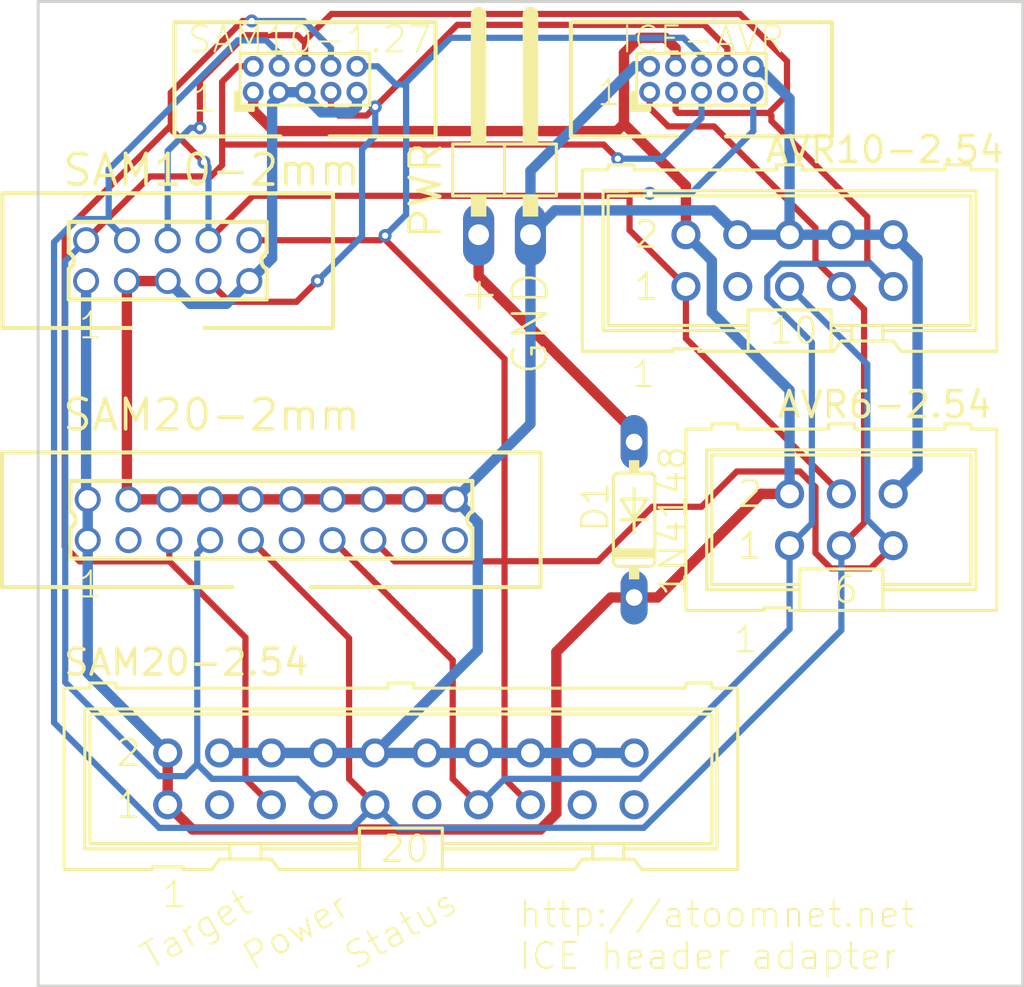
<source format=kicad_pcb>
(kicad_pcb (version 20171130) (host pcbnew "(5.1.12)-1")

  (general
    (thickness 1.6)
    (drawings 27)
    (tracks 248)
    (zones 0)
    (modules 13)
    (nets 10)
  )

  (page A4)
  (layers
    (0 Top signal)
    (31 Bottom signal)
    (32 B.Adhes user hide)
    (33 F.Adhes user hide)
    (34 B.Paste user hide)
    (35 F.Paste user hide)
    (36 B.SilkS user hide)
    (37 F.SilkS user hide)
    (38 B.Mask user hide)
    (39 F.Mask user hide)
    (40 Dwgs.User user hide)
    (41 Cmts.User user hide)
    (42 Eco1.User user hide)
    (43 Eco2.User user hide)
    (44 Edge.Cuts user)
    (45 Margin user hide)
    (46 B.CrtYd user hide)
    (47 F.CrtYd user hide)
    (48 B.Fab user hide)
    (49 F.Fab user hide)
  )

  (setup
    (last_trace_width 0.3048)
    (user_trace_width 0.3048)
    (user_trace_width 0.508)
    (trace_clearance 0.2286)
    (zone_clearance 0.3)
    (zone_45_only no)
    (trace_min 0.1524)
    (via_size 0.635)
    (via_drill 0.3048)
    (via_min_size 0.6096)
    (via_min_drill 0.3048)
    (uvia_size 0.3048)
    (uvia_drill 0.2)
    (uvias_allowed no)
    (uvia_min_size 0.3048)
    (uvia_min_drill 0.2)
    (edge_width 0.15)
    (segment_width 0.2)
    (pcb_text_width 0.3)
    (pcb_text_size 1.5 1.5)
    (mod_edge_width 0.15)
    (mod_text_size 1.5 1.5)
    (mod_text_width 0.15)
    (pad_size 0.8048 0.8048)
    (pad_drill 0.5)
    (pad_to_mask_clearance 0.2)
    (aux_axis_origin 0 0)
    (grid_origin 50.8 160.02)
    (visible_elements 7FFFFF7F)
    (pcbplotparams
      (layerselection 0x010f0_80000001)
      (usegerberextensions true)
      (usegerberattributes true)
      (usegerberadvancedattributes true)
      (creategerberjobfile true)
      (excludeedgelayer false)
      (linewidth 0.100000)
      (plotframeref false)
      (viasonmask false)
      (mode 1)
      (useauxorigin false)
      (hpglpennumber 1)
      (hpglpenspeed 20)
      (hpglpendiameter 15.000000)
      (psnegative false)
      (psa4output false)
      (plotreference true)
      (plotvalue true)
      (plotinvisibletext false)
      (padsonsilk false)
      (subtractmaskfromsilk true)
      (outputformat 1)
      (mirror false)
      (drillshape 0)
      (scaleselection 1)
      (outputdirectory "gerbers"))
  )

  (net 0 "")
  (net 1 /TDO)
  (net 2 /VTG)
  (net 3 /TCK)
  (net 4 /TDI)
  (net 5 /NSRST)
  (net 6 /GND)
  (net 7 "Net-(D1-PadA)")
  (net 8 /TMS)
  (net 9 /NTRST)

  (net_class Default "This is the default net class."
    (clearance 0.2286)
    (trace_width 0.3048)
    (via_dia 0.635)
    (via_drill 0.3048)
    (uvia_dia 0.3048)
    (uvia_drill 0.2)
    (add_net /NSRST)
    (add_net /NTRST)
    (add_net /TCK)
    (add_net /TDI)
    (add_net /TDO)
    (add_net /TMS)
  )

  (net_class power ""
    (clearance 0.2286)
    (trace_width 0.508)
    (via_dia 0.635)
    (via_drill 0.3048)
    (uvia_dia 0.3048)
    (uvia_drill 0.2)
    (add_net /GND)
    (add_net /VTG)
    (add_net "Net-(D1-PadA)")
  )

  (module con-harting-ml:ML10 (layer Top) (tedit 59031FDF) (tstamp 0)
    (at 87.63 124.46)
    (descr HARTING)
    (path /590235F0)
    (fp_text reference AVR10-2.54 (at 4.67 -5.44) (layer F.SilkS)
      (effects (font (size 1.27 1.27) (thickness 0.1778)))
    )
    (fp_text value ML10 (at 16.17 -0.44) (layer F.SilkS) hide
      (effects (font (size 1.778 1.778) (thickness 0.1778)))
    )
    (fp_line (start -8.89 -3.175) (end 8.89 -3.175) (layer F.SilkS) (width 0.1524))
    (fp_line (start 8.89 3.175) (end 8.89 -3.175) (layer F.SilkS) (width 0.1524))
    (fp_line (start -8.89 -3.175) (end -8.89 3.175) (layer F.SilkS) (width 0.1524))
    (fp_line (start -10.16 -4.445) (end -8.89 -4.445) (layer F.SilkS) (width 0.1524))
    (fp_line (start 10.16 4.445) (end 5.461 4.445) (layer F.SilkS) (width 0.1524))
    (fp_line (start 10.16 4.445) (end 10.16 -4.445) (layer F.SilkS) (width 0.1524))
    (fp_line (start -10.16 -4.445) (end -10.16 4.445) (layer F.SilkS) (width 0.1524))
    (fp_line (start 8.89 3.175) (end 4.572 3.175) (layer F.SilkS) (width 0.1524))
    (fp_line (start 2.032 2.413) (end -2.032 2.413) (layer F.SilkS) (width 0.1524))
    (fp_line (start -2.032 3.175) (end -2.032 2.413) (layer F.SilkS) (width 0.1524))
    (fp_line (start -2.032 3.175) (end -8.89 3.175) (layer F.SilkS) (width 0.1524))
    (fp_line (start -2.032 3.175) (end -2.032 3.429) (layer F.SilkS) (width 0.1524))
    (fp_line (start 2.032 2.413) (end 2.032 3.175) (layer F.SilkS) (width 0.1524))
    (fp_line (start 2.032 3.175) (end 2.032 3.429) (layer F.SilkS) (width 0.1524))
    (fp_line (start 8.89 -4.445) (end 8.89 -4.699) (layer F.SilkS) (width 0.1524))
    (fp_line (start 8.89 -4.699) (end 7.62 -4.699) (layer F.SilkS) (width 0.1524))
    (fp_line (start 7.62 -4.445) (end 7.62 -4.699) (layer F.SilkS) (width 0.1524))
    (fp_line (start 8.89 -4.445) (end 10.16 -4.445) (layer F.SilkS) (width 0.1524))
    (fp_line (start 0.635 -4.699) (end -0.635 -4.699) (layer F.SilkS) (width 0.1524))
    (fp_line (start 0.635 -4.699) (end 0.635 -4.445) (layer F.SilkS) (width 0.1524))
    (fp_line (start 0.635 -4.445) (end 7.62 -4.445) (layer F.SilkS) (width 0.1524))
    (fp_line (start -0.635 -4.699) (end -0.635 -4.445) (layer F.SilkS) (width 0.1524))
    (fp_line (start -7.62 -4.699) (end -8.89 -4.699) (layer F.SilkS) (width 0.1524))
    (fp_line (start -8.89 -4.699) (end -8.89 -4.445) (layer F.SilkS) (width 0.1524))
    (fp_line (start -7.62 -4.699) (end -7.62 -4.445) (layer F.SilkS) (width 0.1524))
    (fp_line (start -7.62 -4.445) (end -0.635 -4.445) (layer F.SilkS) (width 0.1524))
    (fp_line (start 2.159 4.445) (end 2.032 4.445) (layer F.SilkS) (width 0.1524))
    (fp_line (start 2.032 4.445) (end -2.032 4.445) (layer F.SilkS) (width 0.1524))
    (fp_line (start 3.048 3.175) (end 3.048 3.429) (layer F.SilkS) (width 0.1524))
    (fp_line (start 3.048 3.175) (end 2.032 3.175) (layer F.SilkS) (width 0.1524))
    (fp_line (start 4.572 3.175) (end 4.572 3.429) (layer F.SilkS) (width 0.1524))
    (fp_line (start 4.572 3.175) (end 3.048 3.175) (layer F.SilkS) (width 0.1524))
    (fp_line (start 2.159 4.445) (end 2.54 3.937) (layer F.SilkS) (width 0.1524))
    (fp_line (start 5.08 3.937) (end 5.461 4.445) (layer F.SilkS) (width 0.1524))
    (fp_line (start 5.08 3.937) (end 4.572 3.937) (layer F.SilkS) (width 0.1524))
    (fp_line (start 3.048 3.429) (end 2.032 3.429) (layer F.SilkS) (width 0.15))
    (fp_line (start 2.032 3.429) (end 2.032 4.445) (layer F.SilkS) (width 0.1524))
    (fp_line (start 4.572 3.429) (end 9.144 3.429) (layer F.SilkS) (width 0.15))
    (fp_line (start 9.144 3.429) (end 9.144 -3.429) (layer F.SilkS) (width 0.15))
    (fp_line (start 9.144 -3.429) (end -9.144 -3.429) (layer F.SilkS) (width 0.15))
    (fp_line (start -9.144 -3.429) (end -9.144 3.429) (layer F.SilkS) (width 0.15))
    (fp_line (start -9.144 3.429) (end -2.032 3.429) (layer F.SilkS) (width 0.15))
    (fp_line (start -2.032 3.429) (end -2.032 4.445) (layer F.SilkS) (width 0.1524))
    (fp_line (start 3.048 3.429) (end 3.048 3.937) (layer F.SilkS) (width 0.1524))
    (fp_line (start 3.048 3.937) (end 2.54 3.937) (layer F.SilkS) (width 0.1524))
    (fp_line (start 4.572 3.429) (end 4.572 3.937) (layer F.SilkS) (width 0.1524))
    (fp_line (start 4.572 3.937) (end 3.048 3.937) (layer F.SilkS) (width 0.1524))
    (fp_line (start -2.032 4.445) (end -4.445 4.445) (layer F.SilkS) (width 0.1524))
    (fp_line (start -4.445 4.318) (end -4.445 4.445) (layer F.SilkS) (width 0.1524))
    (fp_line (start -4.445 4.318) (end -5.715 4.318) (layer F.SilkS) (width 0.1524))
    (fp_line (start -5.715 4.445) (end -5.715 4.318) (layer F.SilkS) (width 0.1524))
    (fp_line (start -5.715 4.445) (end -10.16 4.445) (layer F.SilkS) (width 0.1524))
    (fp_poly (pts (xy -2.794 -1.524) (xy -2.286 -1.524) (xy -2.286 -1.016) (xy -2.794 -1.016)) (layer F.Fab) (width 0))
    (fp_poly (pts (xy -5.334 -1.524) (xy -4.826 -1.524) (xy -4.826 -1.016) (xy -5.334 -1.016)) (layer F.Fab) (width 0))
    (fp_poly (pts (xy -0.254 -1.524) (xy 0.254 -1.524) (xy 0.254 -1.016) (xy -0.254 -1.016)) (layer F.Fab) (width 0))
    (fp_poly (pts (xy 4.826 -1.524) (xy 5.334 -1.524) (xy 5.334 -1.016) (xy 4.826 -1.016)) (layer F.Fab) (width 0))
    (fp_poly (pts (xy 2.286 -1.524) (xy 2.794 -1.524) (xy 2.794 -1.016) (xy 2.286 -1.016)) (layer F.Fab) (width 0))
    (fp_poly (pts (xy -2.794 1.016) (xy -2.286 1.016) (xy -2.286 1.524) (xy -2.794 1.524)) (layer F.Fab) (width 0))
    (fp_poly (pts (xy -5.334 1.016) (xy -4.826 1.016) (xy -4.826 1.524) (xy -5.334 1.524)) (layer F.Fab) (width 0))
    (fp_poly (pts (xy -0.254 1.016) (xy 0.254 1.016) (xy 0.254 1.524) (xy -0.254 1.524)) (layer F.Fab) (width 0))
    (fp_poly (pts (xy 4.826 1.016) (xy 5.334 1.016) (xy 5.334 1.524) (xy 4.826 1.524)) (layer F.Fab) (width 0))
    (fp_poly (pts (xy 2.286 1.016) (xy 2.794 1.016) (xy 2.794 1.524) (xy 2.286 1.524)) (layer F.Fab) (width 0))
    (fp_text user 10 (at 0.193524 3.429) (layer F.SilkS)
      (effects (font (size 1.27 1.27) (thickness 0.127)))
    )
    (fp_text user 1 (at -7.015238 1.27) (layer F.SilkS)
      (effects (font (size 1.27 1.27) (thickness 0.127)))
    )
    (fp_text user 2 (at -7.015238 -1.27) (layer F.SilkS)
      (effects (font (size 1.27 1.27) (thickness 0.127)))
    )
    (pad 1 thru_hole circle (at -5.08 1.27) (size 1.4224 1.4224) (drill 0.9144) (layers *.Cu *.Mask)
      (net 4 /TDI))
    (pad 2 thru_hole circle (at -5.08 -1.27) (size 1.4224 1.4224) (drill 0.9144) (layers *.Cu *.Mask)
      (net 2 /VTG))
    (pad 3 thru_hole circle (at -2.54 1.27) (size 1.4224 1.4224) (drill 0.9144) (layers *.Cu *.Mask))
    (pad 4 thru_hole circle (at -2.54 -1.27) (size 1.4224 1.4224) (drill 0.9144) (layers *.Cu *.Mask)
      (net 6 /GND))
    (pad 5 thru_hole circle (at 0 1.27) (size 1.4224 1.4224) (drill 0.9144) (layers *.Cu *.Mask)
      (net 5 /NSRST))
    (pad 6 thru_hole circle (at 0 -1.27) (size 1.4224 1.4224) (drill 0.9144) (layers *.Cu *.Mask)
      (net 6 /GND))
    (pad 7 thru_hole circle (at 2.54 1.27) (size 1.4224 1.4224) (drill 0.9144) (layers *.Cu *.Mask)
      (net 3 /TCK))
    (pad 8 thru_hole circle (at 2.54 -1.27) (size 1.4224 1.4224) (drill 0.9144) (layers *.Cu *.Mask)
      (net 6 /GND))
    (pad 9 thru_hole circle (at 5.08 1.27) (size 1.4224 1.4224) (drill 0.9144) (layers *.Cu *.Mask)
      (net 1 /TDO))
    (pad 10 thru_hole circle (at 5.08 -1.27) (size 1.4224 1.4224) (drill 0.9144) (layers *.Cu *.Mask)
      (net 6 /GND))
  )

  (module con-harting-ml:ML6 (layer Top) (tedit 59031FE3) (tstamp 0)
    (at 90.17 137.16)
    (descr HARTING)
    (path /590235F1)
    (fp_text reference AVR6-2.54 (at 2.13 -5.64) (layer F.SilkS)
      (effects (font (size 1.27 1.27) (thickness 0.1778)))
    )
    (fp_text value ML6 (at 13.63 -1.14) (layer F.SilkS) hide
      (effects (font (size 1.778 1.778) (thickness 0.1778)))
    )
    (fp_line (start -6.35 -3.175) (end 6.35 -3.175) (layer F.SilkS) (width 0.1524))
    (fp_line (start 6.35 3.175) (end 6.35 -3.175) (layer F.SilkS) (width 0.1524))
    (fp_line (start -6.35 -3.175) (end -6.35 3.175) (layer F.SilkS) (width 0.1524))
    (fp_line (start -7.62 -4.445) (end -6.35 -4.445) (layer F.SilkS) (width 0.1524))
    (fp_line (start 7.62 4.445) (end 7.62 -4.445) (layer F.SilkS) (width 0.1524))
    (fp_line (start -7.62 -4.445) (end -7.62 4.445) (layer F.SilkS) (width 0.1524))
    (fp_line (start 2.032 2.413) (end 2.032 3.175) (layer F.SilkS) (width 0.1524))
    (fp_line (start 2.032 2.413) (end -2.032 2.413) (layer F.SilkS) (width 0.1524))
    (fp_line (start -2.032 3.175) (end -2.032 2.413) (layer F.SilkS) (width 0.1524))
    (fp_line (start -2.032 3.175) (end -6.35 3.175) (layer F.SilkS) (width 0.1524))
    (fp_line (start -2.032 3.175) (end -2.032 3.429) (layer F.SilkS) (width 0.1524))
    (fp_line (start 6.35 -4.445) (end 6.35 -4.699) (layer F.SilkS) (width 0.1524))
    (fp_line (start 6.35 -4.699) (end 5.08 -4.699) (layer F.SilkS) (width 0.1524))
    (fp_line (start 5.08 -4.445) (end 5.08 -4.699) (layer F.SilkS) (width 0.1524))
    (fp_line (start 6.35 -4.445) (end 7.62 -4.445) (layer F.SilkS) (width 0.1524))
    (fp_line (start 0.635 -4.699) (end -0.635 -4.699) (layer F.SilkS) (width 0.1524))
    (fp_line (start 0.635 -4.699) (end 0.635 -4.445) (layer F.SilkS) (width 0.1524))
    (fp_line (start 0.635 -4.445) (end 5.08 -4.445) (layer F.SilkS) (width 0.1524))
    (fp_line (start -0.635 -4.699) (end -0.635 -4.445) (layer F.SilkS) (width 0.1524))
    (fp_line (start -5.08 -4.699) (end -6.35 -4.699) (layer F.SilkS) (width 0.1524))
    (fp_line (start -6.35 -4.699) (end -6.35 -4.445) (layer F.SilkS) (width 0.1524))
    (fp_line (start -5.08 -4.699) (end -5.08 -4.445) (layer F.SilkS) (width 0.1524))
    (fp_line (start -5.08 -4.445) (end -0.635 -4.445) (layer F.SilkS) (width 0.1524))
    (fp_line (start 7.62 4.445) (end 2.032 4.445) (layer F.SilkS) (width 0.1524))
    (fp_line (start 2.032 4.445) (end -2.032 4.445) (layer F.SilkS) (width 0.1524))
    (fp_line (start 6.35 3.175) (end 2.032 3.175) (layer F.SilkS) (width 0.1524))
    (fp_line (start 2.032 3.175) (end 2.032 3.429) (layer F.SilkS) (width 0.1524))
    (fp_line (start 2.032 3.429) (end 2.032 4.445) (layer F.SilkS) (width 0.1524))
    (fp_line (start 2.032 3.429) (end 6.604 3.429) (layer F.SilkS) (width 0.15))
    (fp_line (start 6.604 3.429) (end 6.604 -3.429) (layer F.SilkS) (width 0.15))
    (fp_line (start 6.604 -3.429) (end -6.604 -3.429) (layer F.SilkS) (width 0.15))
    (fp_line (start -6.604 -3.429) (end -6.604 3.429) (layer F.SilkS) (width 0.15))
    (fp_line (start -6.604 3.429) (end -2.032 3.429) (layer F.SilkS) (width 0.15))
    (fp_line (start -2.032 3.429) (end -2.032 4.445) (layer F.SilkS) (width 0.1524))
    (fp_line (start -2.032 4.445) (end -2.54 4.445) (layer F.SilkS) (width 0.1524))
    (fp_line (start -2.54 4.318) (end -2.54 4.445) (layer F.SilkS) (width 0.1524))
    (fp_line (start -2.54 4.318) (end -3.81 4.318) (layer F.SilkS) (width 0.1524))
    (fp_line (start -3.81 4.445) (end -3.81 4.318) (layer F.SilkS) (width 0.1524))
    (fp_line (start -3.81 4.445) (end -7.62 4.445) (layer F.SilkS) (width 0.1524))
    (fp_poly (pts (xy -0.254 -1.524) (xy 0.254 -1.524) (xy 0.254 -1.016) (xy -0.254 -1.016)) (layer F.Fab) (width 0))
    (fp_poly (pts (xy -2.794 -1.524) (xy -2.286 -1.524) (xy -2.286 -1.016) (xy -2.794 -1.016)) (layer F.Fab) (width 0))
    (fp_poly (pts (xy 2.286 -1.524) (xy 2.794 -1.524) (xy 2.794 -1.016) (xy 2.286 -1.016)) (layer F.Fab) (width 0))
    (fp_poly (pts (xy -0.254 1.016) (xy 0.254 1.016) (xy 0.254 1.524) (xy -0.254 1.524)) (layer F.Fab) (width 0))
    (fp_poly (pts (xy -2.794 1.016) (xy -2.286 1.016) (xy -2.286 1.524) (xy -2.794 1.524)) (layer F.Fab) (width 0))
    (fp_poly (pts (xy 2.286 1.016) (xy 2.794 1.016) (xy 2.794 1.524) (xy 2.286 1.524)) (layer F.Fab) (width 0))
    (fp_text user 1 (at -4.475238 1.27) (layer F.SilkS)
      (effects (font (size 1.27 1.27) (thickness 0.127)))
    )
    (fp_text user 2 (at -4.475238 -1.27) (layer F.SilkS)
      (effects (font (size 1.27 1.27) (thickness 0.127)))
    )
    (fp_text user 6 (at 0.223762 3.429) (layer F.SilkS)
      (effects (font (size 1.27 1.27) (thickness 0.127)))
    )
    (pad 1 thru_hole circle (at -2.54 1.27) (size 1.4224 1.4224) (drill 0.9144) (layers *.Cu *.Mask)
      (net 1 /TDO))
    (pad 2 thru_hole circle (at -2.54 -1.27) (size 1.4224 1.4224) (drill 0.9144) (layers *.Cu *.Mask)
      (net 2 /VTG))
    (pad 3 thru_hole circle (at 0 1.27) (size 1.4224 1.4224) (drill 0.9144) (layers *.Cu *.Mask)
      (net 3 /TCK))
    (pad 4 thru_hole circle (at 0 -1.27) (size 1.4224 1.4224) (drill 0.9144) (layers *.Cu *.Mask)
      (net 4 /TDI))
    (pad 5 thru_hole circle (at 2.54 1.27) (size 1.4224 1.4224) (drill 0.9144) (layers *.Cu *.Mask)
      (net 5 /NSRST))
    (pad 6 thru_hole circle (at 2.54 -1.27) (size 1.4224 1.4224) (drill 0.9144) (layers *.Cu *.Mask)
      (net 6 /GND))
  )

  (module con-harting-ml:ML20 (layer Top) (tedit 59031FE7) (tstamp 0)
    (at 68.58 149.86)
    (descr HARTING)
    (path /59023611)
    (fp_text reference SAM20-2.54 (at -10.52286 -5.714987) (layer F.SilkS)
      (effects (font (size 1.27 1.27) (thickness 0.1778)))
    )
    (fp_text value ML20 (at -23.78 0.16) (layer F.SilkS) hide
      (effects (font (size 1.778 1.778) (thickness 0.1778)))
    )
    (fp_line (start -15.24 -3.175) (end 15.24 -3.175) (layer F.SilkS) (width 0.1524))
    (fp_line (start 15.24 3.175) (end 15.24 -3.175) (layer F.SilkS) (width 0.1524))
    (fp_line (start -15.24 -3.175) (end -15.24 3.175) (layer F.SilkS) (width 0.1524))
    (fp_line (start -16.51 -4.445) (end -15.24 -4.445) (layer F.SilkS) (width 0.1524))
    (fp_line (start 16.51 4.445) (end 11.811 4.445) (layer F.SilkS) (width 0.1524))
    (fp_line (start 16.51 4.445) (end 16.51 -4.445) (layer F.SilkS) (width 0.1524))
    (fp_line (start -16.51 -4.445) (end -16.51 4.445) (layer F.SilkS) (width 0.1524))
    (fp_line (start 15.24 3.175) (end 10.922 3.175) (layer F.SilkS) (width 0.1524))
    (fp_line (start 2.032 2.413) (end -2.032 2.413) (layer F.SilkS) (width 0.1524))
    (fp_line (start -2.032 3.175) (end -2.032 2.413) (layer F.SilkS) (width 0.1524))
    (fp_line (start -2.032 3.175) (end -6.858 3.175) (layer F.SilkS) (width 0.1524))
    (fp_line (start 2.032 2.413) (end 2.032 3.175) (layer F.SilkS) (width 0.1524))
    (fp_line (start 2.032 3.175) (end 2.032 3.429) (layer F.SilkS) (width 0.1524))
    (fp_line (start 15.24 -4.445) (end 15.24 -4.699) (layer F.SilkS) (width 0.1524))
    (fp_line (start 15.24 -4.699) (end 13.97 -4.699) (layer F.SilkS) (width 0.1524))
    (fp_line (start 13.97 -4.445) (end 13.97 -4.699) (layer F.SilkS) (width 0.1524))
    (fp_line (start 15.24 -4.445) (end 16.51 -4.445) (layer F.SilkS) (width 0.1524))
    (fp_line (start 0.635 -4.699) (end -0.635 -4.699) (layer F.SilkS) (width 0.1524))
    (fp_line (start 0.635 -4.699) (end 0.635 -4.445) (layer F.SilkS) (width 0.1524))
    (fp_line (start 0.635 -4.445) (end 13.97 -4.445) (layer F.SilkS) (width 0.1524))
    (fp_line (start -0.635 -4.699) (end -0.635 -4.445) (layer F.SilkS) (width 0.1524))
    (fp_line (start -13.97 -4.699) (end -15.24 -4.699) (layer F.SilkS) (width 0.1524))
    (fp_line (start -15.24 -4.699) (end -15.24 -4.445) (layer F.SilkS) (width 0.1524))
    (fp_line (start -13.97 -4.699) (end -13.97 -4.445) (layer F.SilkS) (width 0.1524))
    (fp_line (start -13.97 -4.445) (end -0.635 -4.445) (layer F.SilkS) (width 0.1524))
    (fp_line (start 8.509 4.445) (end 2.032 4.445) (layer F.SilkS) (width 0.1524))
    (fp_line (start 2.032 4.445) (end -2.032 4.445) (layer F.SilkS) (width 0.1524))
    (fp_line (start 9.398 3.175) (end 9.398 3.429) (layer F.SilkS) (width 0.1524))
    (fp_line (start 9.398 3.175) (end 2.032 3.175) (layer F.SilkS) (width 0.1524))
    (fp_line (start 10.922 3.175) (end 10.922 3.429) (layer F.SilkS) (width 0.1524))
    (fp_line (start 10.922 3.175) (end 9.398 3.175) (layer F.SilkS) (width 0.1524))
    (fp_line (start 8.509 4.445) (end 8.89 3.937) (layer F.SilkS) (width 0.1524))
    (fp_line (start 11.43 3.937) (end 11.811 4.445) (layer F.SilkS) (width 0.1524))
    (fp_line (start 11.43 3.937) (end 10.922 3.937) (layer F.SilkS) (width 0.1524))
    (fp_line (start 9.398 3.429) (end 2.032 3.429) (layer F.SilkS) (width 0.15))
    (fp_line (start 2.032 3.429) (end 2.032 4.445) (layer F.SilkS) (width 0.1524))
    (fp_line (start 10.922 3.429) (end 15.494 3.429) (layer F.SilkS) (width 0.15))
    (fp_line (start 15.494 3.429) (end 15.494 -3.429) (layer F.SilkS) (width 0.15))
    (fp_line (start 15.494 -3.429) (end -15.494 -3.429) (layer F.SilkS) (width 0.15))
    (fp_line (start -15.494 -3.429) (end -15.494 3.429) (layer F.SilkS) (width 0.15))
    (fp_line (start -15.494 3.429) (end -8.382 3.429) (layer F.SilkS) (width 0.15))
    (fp_line (start -2.032 3.175) (end -2.032 3.429) (layer F.SilkS) (width 0.1524))
    (fp_line (start -2.032 3.429) (end -2.032 4.445) (layer F.SilkS) (width 0.1524))
    (fp_line (start 9.398 3.429) (end 9.398 3.937) (layer F.SilkS) (width 0.1524))
    (fp_line (start 9.398 3.937) (end 8.89 3.937) (layer F.SilkS) (width 0.1524))
    (fp_line (start 10.922 3.429) (end 10.922 3.937) (layer F.SilkS) (width 0.1524))
    (fp_line (start 10.922 3.937) (end 9.398 3.937) (layer F.SilkS) (width 0.1524))
    (fp_line (start -16.51 4.445) (end -12.192 4.445) (layer F.SilkS) (width 0.1524))
    (fp_line (start -12.192 4.318) (end -12.192 4.445) (layer F.SilkS) (width 0.1524))
    (fp_line (start -12.192 4.318) (end -10.668 4.318) (layer F.SilkS) (width 0.1524))
    (fp_line (start -10.668 4.445) (end -10.668 4.318) (layer F.SilkS) (width 0.1524))
    (fp_line (start -10.668 4.445) (end -9.271 4.445) (layer F.SilkS) (width 0.1524))
    (fp_line (start -8.382 3.429) (end -8.382 3.937) (layer F.SilkS) (width 0.1524))
    (fp_line (start -6.858 3.429) (end -6.858 3.937) (layer F.SilkS) (width 0.1524))
    (fp_line (start -6.858 3.429) (end -2.032 3.429) (layer F.SilkS) (width 0.15))
    (fp_line (start -8.382 3.175) (end -8.382 3.429) (layer F.SilkS) (width 0.1524))
    (fp_line (start -8.382 3.175) (end -15.24 3.175) (layer F.SilkS) (width 0.1524))
    (fp_line (start -6.858 3.175) (end -6.858 3.429) (layer F.SilkS) (width 0.1524))
    (fp_line (start -6.858 3.175) (end -8.382 3.175) (layer F.SilkS) (width 0.1524))
    (fp_line (start -6.858 3.937) (end -8.382 3.937) (layer F.SilkS) (width 0.1524))
    (fp_line (start -8.382 3.937) (end -8.89 3.937) (layer F.SilkS) (width 0.1524))
    (fp_line (start -9.271 4.445) (end -8.89 3.937) (layer F.SilkS) (width 0.1524))
    (fp_line (start -6.35 3.937) (end -5.969 4.445) (layer F.SilkS) (width 0.1524))
    (fp_line (start -5.969 4.445) (end -2.032 4.445) (layer F.SilkS) (width 0.1524))
    (fp_line (start -6.35 3.937) (end -6.858 3.937) (layer F.SilkS) (width 0.1524))
    (fp_poly (pts (xy 11.176 -1.524) (xy 11.684 -1.524) (xy 11.684 -1.016) (xy 11.176 -1.016)) (layer F.Fab) (width 0))
    (fp_poly (pts (xy 11.176 1.016) (xy 11.684 1.016) (xy 11.684 1.524) (xy 11.176 1.524)) (layer F.Fab) (width 0))
    (fp_poly (pts (xy 8.636 -1.524) (xy 9.144 -1.524) (xy 9.144 -1.016) (xy 8.636 -1.016)) (layer F.Fab) (width 0))
    (fp_poly (pts (xy 3.556 -1.524) (xy 4.064 -1.524) (xy 4.064 -1.016) (xy 3.556 -1.016)) (layer F.Fab) (width 0))
    (fp_poly (pts (xy 3.556 1.016) (xy 4.064 1.016) (xy 4.064 1.524) (xy 3.556 1.524)) (layer F.Fab) (width 0))
    (fp_poly (pts (xy 8.636 1.016) (xy 9.144 1.016) (xy 9.144 1.524) (xy 8.636 1.524)) (layer F.Fab) (width 0))
    (fp_poly (pts (xy -9.144 -1.524) (xy -8.636 -1.524) (xy -8.636 -1.016) (xy -9.144 -1.016)) (layer F.Fab) (width 0))
    (fp_poly (pts (xy -11.684 -1.524) (xy -11.176 -1.524) (xy -11.176 -1.016) (xy -11.684 -1.016)) (layer F.Fab) (width 0))
    (fp_poly (pts (xy -6.604 -1.524) (xy -6.096 -1.524) (xy -6.096 -1.016) (xy -6.604 -1.016)) (layer F.Fab) (width 0))
    (fp_poly (pts (xy 1.016 -1.524) (xy 1.524 -1.524) (xy 1.524 -1.016) (xy 1.016 -1.016)) (layer F.Fab) (width 0))
    (fp_poly (pts (xy -1.524 -1.524) (xy -1.016 -1.524) (xy -1.016 -1.016) (xy -1.524 -1.016)) (layer F.Fab) (width 0))
    (fp_poly (pts (xy -9.144 1.016) (xy -8.636 1.016) (xy -8.636 1.524) (xy -9.144 1.524)) (layer F.Fab) (width 0))
    (fp_poly (pts (xy -11.684 1.016) (xy -11.176 1.016) (xy -11.176 1.524) (xy -11.684 1.524)) (layer F.Fab) (width 0))
    (fp_poly (pts (xy -6.604 1.016) (xy -6.096 1.016) (xy -6.096 1.524) (xy -6.604 1.524)) (layer F.Fab) (width 0))
    (fp_poly (pts (xy 1.016 1.016) (xy 1.524 1.016) (xy 1.524 1.524) (xy 1.016 1.524)) (layer F.Fab) (width 0))
    (fp_poly (pts (xy -1.524 1.016) (xy -1.016 1.016) (xy -1.016 1.524) (xy -1.524 1.524)) (layer F.Fab) (width 0))
    (fp_poly (pts (xy -4.064 1.016) (xy -3.556 1.016) (xy -3.556 1.524) (xy -4.064 1.524)) (layer F.Fab) (width 0))
    (fp_poly (pts (xy -4.064 -1.524) (xy -3.556 -1.524) (xy -3.556 -1.016) (xy -4.064 -1.016)) (layer F.Fab) (width 0))
    (fp_poly (pts (xy 6.096 -1.524) (xy 6.604 -1.524) (xy 6.604 -1.016) (xy 6.096 -1.016)) (layer F.Fab) (width 0))
    (fp_poly (pts (xy 6.096 1.016) (xy 6.604 1.016) (xy 6.604 1.524) (xy 6.096 1.524)) (layer F.Fab) (width 0))
    (fp_text user 1 (at -13.36524 1.27) (layer F.SilkS)
      (effects (font (size 1.27 1.27) (thickness 0.127)))
    )
    (fp_text user 2 (at -13.36524 -1.27) (layer F.SilkS)
      (effects (font (size 1.27 1.27) (thickness 0.127)))
    )
    (fp_text user 20 (at 0.193524 3.429) (layer F.SilkS)
      (effects (font (size 1.27 1.27) (thickness 0.127)))
    )
    (pad 1 thru_hole circle (at -11.43 1.27) (size 1.4224 1.4224) (drill 0.9144) (layers *.Cu *.Mask)
      (net 2 /VTG))
    (pad 2 thru_hole circle (at -11.43 -1.27) (size 1.4224 1.4224) (drill 0.9144) (layers *.Cu *.Mask)
      (net 2 /VTG))
    (pad 3 thru_hole circle (at -8.89 1.27) (size 1.4224 1.4224) (drill 0.9144) (layers *.Cu *.Mask))
    (pad 4 thru_hole circle (at -8.89 -1.27) (size 1.4224 1.4224) (drill 0.9144) (layers *.Cu *.Mask)
      (net 6 /GND))
    (pad 5 thru_hole circle (at -6.35 1.27) (size 1.4224 1.4224) (drill 0.9144) (layers *.Cu *.Mask)
      (net 4 /TDI))
    (pad 6 thru_hole circle (at -6.35 -1.27) (size 1.4224 1.4224) (drill 0.9144) (layers *.Cu *.Mask)
      (net 6 /GND))
    (pad 7 thru_hole circle (at -3.81 1.27) (size 1.4224 1.4224) (drill 0.9144) (layers *.Cu *.Mask)
      (net 8 /TMS))
    (pad 8 thru_hole circle (at -3.81 -1.27) (size 1.4224 1.4224) (drill 0.9144) (layers *.Cu *.Mask)
      (net 6 /GND))
    (pad 9 thru_hole circle (at -1.27 1.27) (size 1.4224 1.4224) (drill 0.9144) (layers *.Cu *.Mask)
      (net 3 /TCK))
    (pad 10 thru_hole circle (at -1.27 -1.27) (size 1.4224 1.4224) (drill 0.9144) (layers *.Cu *.Mask)
      (net 6 /GND))
    (pad 11 thru_hole circle (at 1.27 1.27) (size 1.4224 1.4224) (drill 0.9144) (layers *.Cu *.Mask))
    (pad 12 thru_hole circle (at 1.27 -1.27) (size 1.4224 1.4224) (drill 0.9144) (layers *.Cu *.Mask)
      (net 6 /GND))
    (pad 13 thru_hole circle (at 3.81 1.27) (size 1.4224 1.4224) (drill 0.9144) (layers *.Cu *.Mask)
      (net 1 /TDO))
    (pad 14 thru_hole circle (at 3.81 -1.27) (size 1.4224 1.4224) (drill 0.9144) (layers *.Cu *.Mask)
      (net 6 /GND))
    (pad 15 thru_hole circle (at 6.35 1.27) (size 1.4224 1.4224) (drill 0.9144) (layers *.Cu *.Mask)
      (net 5 /NSRST))
    (pad 16 thru_hole circle (at 6.35 -1.27) (size 1.4224 1.4224) (drill 0.9144) (layers *.Cu *.Mask)
      (net 6 /GND))
    (pad 17 thru_hole circle (at 8.89 1.27) (size 1.4224 1.4224) (drill 0.9144) (layers *.Cu *.Mask))
    (pad 18 thru_hole circle (at 8.89 -1.27) (size 1.4224 1.4224) (drill 0.9144) (layers *.Cu *.Mask)
      (net 6 /GND))
    (pad 19 thru_hole circle (at 11.43 1.27) (size 1.4224 1.4224) (drill 0.9144) (layers *.Cu *.Mask))
    (pad 20 thru_hole circle (at 11.43 -1.27) (size 1.4224 1.4224) (drill 0.9144) (layers *.Cu *.Mask)
      (net 6 /GND))
  )

  (module diode:DO35-7 (layer Top) (tedit 59022C3E) (tstamp 0)
    (at 80.01 137.16 90)
    (descr "DIODE; diameter 2 mm, horizontal, grid 7.62 mm")
    (path /59023612)
    (fp_text reference D1 (at 0.635 -1.90499 90) (layer F.SilkS)
      (effects (font (size 1.27 1.27) (thickness 0.127)))
    )
    (fp_text value 1N4148 (at -0.06 1.89 90) (layer F.SilkS)
      (effects (font (size 1.27 1.27) (thickness 0.127)))
    )
    (fp_line (start 3.81 0) (end 2.921 0) (layer F.Fab) (width 0.508))
    (fp_line (start -3.81 0) (end -2.921 0) (layer F.Fab) (width 0.508))
    (fp_line (start -0.635 0) (end 0 0) (layer F.SilkS) (width 0.1524))
    (fp_line (start 1.016 -0.635) (end 1.016 0.635) (layer F.SilkS) (width 0.1524))
    (fp_line (start 1.016 0.635) (end 0 0) (layer F.SilkS) (width 0.1524))
    (fp_line (start 0 0) (end 1.524 0) (layer F.SilkS) (width 0.1524))
    (fp_line (start 0 0) (end 1.016 -0.635) (layer F.SilkS) (width 0.1524))
    (fp_line (start 0 -0.635) (end 0 0) (layer F.SilkS) (width 0.1524))
    (fp_line (start 0 0) (end 0 0.635) (layer F.SilkS) (width 0.1524))
    (fp_line (start 2.286 -0.762) (end 2.286 0.762) (layer F.SilkS) (width 0.1524))
    (fp_line (start -2.032 1.016) (end 2.032 1.016) (layer F.SilkS) (width 0.1524))
    (fp_line (start -2.286 -0.762) (end -2.286 0.762) (layer F.SilkS) (width 0.1524))
    (fp_line (start -2.032 -1.016) (end 2.032 -1.016) (layer F.SilkS) (width 0.1524))
    (fp_poly (pts (xy -1.905 -1.016) (xy -1.397 -1.016) (xy -1.397 1.016) (xy -1.905 1.016)) (layer F.SilkS) (width 0))
    (fp_poly (pts (xy 2.286 -0.254) (xy 2.921 -0.254) (xy 2.921 0.254) (xy 2.286 0.254)) (layer F.SilkS) (width 0))
    (fp_poly (pts (xy -2.921 -0.254) (xy -2.286 -0.254) (xy -2.286 0.254) (xy -2.921 0.254)) (layer F.SilkS) (width 0))
    (fp_arc (start 2.032 -0.762) (end 2.032 -1.016) (angle 90) (layer F.SilkS) (width 0.1524))
    (fp_arc (start 2.032 0.762) (end 2.032 1.016) (angle -90) (layer F.SilkS) (width 0.1524))
    (fp_arc (start -2.032 -0.762) (end -2.286 -0.762) (angle 90) (layer F.SilkS) (width 0.1524))
    (fp_arc (start -2.032 0.762) (end -2.286 0.762) (angle -90) (layer F.SilkS) (width 0.1524))
    (pad C thru_hole oval (at -3.81 0 90) (size 2.6416 1.3208) (drill 0.8128) (layers *.Cu *.Mask)
      (net 2 /VTG))
    (pad A thru_hole oval (at 3.81 0 90) (size 2.6416 1.3208) (drill 0.8128) (layers *.Cu *.Mask)
      (net 7 "Net-(D1-PadA)"))
  )

  (module pinhead:1X02_90 (layer Top) (tedit 59033AEB) (tstamp 0)
    (at 73.66 119.38)
    (descr "PIN HEADER")
    (path /59023613)
    (fp_text reference PWR1 (at -3.810003 -0.060468 90) (layer F.SilkS) hide
      (effects (font (size 1.27 1.27) (thickness 0.127)))
    )
    (fp_text value PINHD-1X2 (at 0.14 -18.36) (layer F.SilkS) hide
      (effects (font (size 1.27 1.27) (thickness 0.1016)))
    )
    (fp_line (start -2.54 1.905) (end 0 1.905) (layer F.SilkS) (width 0.1524))
    (fp_line (start 0 1.905) (end 0 -0.635) (layer F.SilkS) (width 0.1524))
    (fp_line (start 0 -0.635) (end -2.54 -0.635) (layer F.SilkS) (width 0.1524))
    (fp_line (start -2.54 -0.635) (end -2.54 1.905) (layer F.SilkS) (width 0.1524))
    (fp_line (start -1.27 -6.985) (end -1.27 -1.27) (layer F.SilkS) (width 0.762))
    (fp_line (start 0 1.905) (end 2.54 1.905) (layer F.SilkS) (width 0.1524))
    (fp_line (start 2.54 1.905) (end 2.54 -0.635) (layer F.SilkS) (width 0.1524))
    (fp_line (start 2.54 -0.635) (end 0 -0.635) (layer F.SilkS) (width 0.1524))
    (fp_line (start 1.27 -6.985) (end 1.27 -1.27) (layer F.SilkS) (width 0.762))
    (fp_poly (pts (xy -1.651 -1.143) (xy -0.889 -1.143) (xy -0.889 -0.635) (xy -1.651 -0.635)) (layer F.SilkS) (width 0))
    (fp_poly (pts (xy 0.889 -1.143) (xy 1.651 -1.143) (xy 1.651 -0.635) (xy 0.889 -0.635)) (layer F.SilkS) (width 0))
    (fp_poly (pts (xy -1.651 1.905) (xy -0.889 1.905) (xy -0.889 2.921) (xy -1.651 2.921)) (layer F.SilkS) (width 0))
    (fp_poly (pts (xy 0.889 1.905) (xy 1.651 1.905) (xy 1.651 2.921) (xy 0.889 2.921)) (layer F.SilkS) (width 0))
    (pad 1 thru_hole oval (at -1.27 3.81) (size 1.524 3.048) (drill 1.016) (layers *.Cu *.Mask)
      (net 7 "Net-(D1-PadA)"))
    (pad 2 thru_hole oval (at 1.27 3.81) (size 1.524 3.048) (drill 1.016) (layers *.Cu *.Mask)
      (net 6 /GND))
  )

  (module Mounting_Holes:MountingHole_2.7mm_M2.5 (layer Top) (tedit 5903BC5C) (tstamp 59047505)
    (at 53.8 115.02)
    (descr "Mounting Hole 2.7mm, no annular, M2.5")
    (tags "mounting hole 2.7mm no annular m2.5")
    (path /59042A7E)
    (fp_text reference P1 (at 0 -3.7) (layer F.SilkS) hide
      (effects (font (size 1 1) (thickness 0.15)))
    )
    (fp_text value TST (at 0 3.7) (layer F.Fab)
      (effects (font (size 1 1) (thickness 0.15)))
    )
    (fp_circle (center 0 0) (end 2.7 0) (layer Cmts.User) (width 0.15))
    (fp_circle (center 0 0) (end 2.95 0) (layer F.CrtYd) (width 0.05))
    (pad 1 np_thru_hole circle (at 0 0) (size 2.7 2.7) (drill 2.7) (layers *.Cu *.Mask))
  )

  (module Mounting_Holes:MountingHole_2.7mm_M2.5 (layer Top) (tedit 5903BC62) (tstamp 59047509)
    (at 95.8 115.02)
    (descr "Mounting Hole 2.7mm, no annular, M2.5")
    (tags "mounting hole 2.7mm no annular m2.5")
    (path /59042B2B)
    (fp_text reference P2 (at 0 -3.7) (layer F.SilkS) hide
      (effects (font (size 1 1) (thickness 0.15)))
    )
    (fp_text value TST (at 0 3.7) (layer F.Fab)
      (effects (font (size 1 1) (thickness 0.15)))
    )
    (fp_circle (center 0 0) (end 2.7 0) (layer Cmts.User) (width 0.15))
    (fp_circle (center 0 0) (end 2.95 0) (layer F.CrtYd) (width 0.05))
    (pad 1 np_thru_hole circle (at 0 0) (size 2.7 2.7) (drill 2.7) (layers *.Cu *.Mask))
  )

  (module Mounting_Holes:MountingHole_2.7mm_M2.5 (layer Top) (tedit 5903BC57) (tstamp 5904750D)
    (at 53.8 157.02)
    (descr "Mounting Hole 2.7mm, no annular, M2.5")
    (tags "mounting hole 2.7mm no annular m2.5")
    (path /59042B5C)
    (fp_text reference P3 (at 0 -3.7) (layer F.SilkS) hide
      (effects (font (size 1 1) (thickness 0.15)))
    )
    (fp_text value TST (at 0 3.7) (layer F.Fab)
      (effects (font (size 1 1) (thickness 0.15)))
    )
    (fp_circle (center 0 0) (end 2.7 0) (layer Cmts.User) (width 0.15))
    (fp_circle (center 0 0) (end 2.95 0) (layer F.CrtYd) (width 0.05))
    (pad 1 np_thru_hole circle (at 0 0) (size 2.7 2.7) (drill 2.7) (layers *.Cu *.Mask))
  )

  (module Mounting_Holes:MountingHole_2.7mm_M2.5 (layer Top) (tedit 5903BC51) (tstamp 59047511)
    (at 95.8 157.02)
    (descr "Mounting Hole 2.7mm, no annular, M2.5")
    (tags "mounting hole 2.7mm no annular m2.5")
    (path /59042B90)
    (fp_text reference P4 (at 0 -3.7) (layer F.SilkS) hide
      (effects (font (size 1 1) (thickness 0.15)))
    )
    (fp_text value TST (at 0 3.7) (layer F.Fab)
      (effects (font (size 1 1) (thickness 0.15)))
    )
    (fp_circle (center 0 0) (end 2.7 0) (layer Cmts.User) (width 0.15))
    (fp_circle (center 0 0) (end 2.95 0) (layer F.CrtYd) (width 0.05))
    (pad 1 np_thru_hole circle (at 0 0) (size 2.7 2.7) (drill 2.7) (layers *.Cu *.Mask))
  )

  (module con-molex:87758-1016 (layer Top) (tedit 5905D758) (tstamp 5905CD0F)
    (at 57.15 124.46)
    (descr "10 Pin - 2mm Dual Row Single Wafer, Vertical T/H HDR; Source: http://www.molex.com/pdm_docs/sd/877580616_sd.pdf")
    (path /59040130)
    (fp_text reference SAM10-2 (at -14.85 -1.44) (layer F.SilkS) hide
      (effects (font (size 1.27 1.27) (thickness 0.1016)))
    )
    (fp_text value 87758-1016 (at -15.85 1.06) (layer F.SilkS) hide
      (effects (font (size 1.27 1.27) (thickness 0.1016)))
    )
    (fp_line (start 8.1 3.3) (end 1.8 3.3) (layer F.SilkS) (width 0.2))
    (fp_line (start -8.1 3.3) (end -1.8 3.3) (layer F.SilkS) (width 0.2))
    (fp_line (start -8.1 3.3) (end -8.1 -3.3) (layer F.SilkS) (width 0.2))
    (fp_line (start 8.1 -3.3) (end 8.1 3.3) (layer F.SilkS) (width 0.2))
    (fp_line (start -8.1 -3.3) (end 8.1 -3.3) (layer F.SilkS) (width 0.2))
    (fp_line (start -4.85 1.9) (end 4.85 1.9) (layer F.SilkS) (width 0.2032))
    (fp_line (start 4.85 1.9) (end 4.85 0.4) (layer F.SilkS) (width 0.2032))
    (fp_line (start 4.85 -0.4) (end 4.85 -1.9) (layer F.SilkS) (width 0.2032))
    (fp_line (start 4.85 -1.9) (end -4.85 -1.9) (layer F.SilkS) (width 0.2032))
    (fp_line (start -4.85 -1.9) (end -4.85 -0.4) (layer F.SilkS) (width 0.2032))
    (fp_line (start -4.85 0.4) (end -4.85 1.9) (layer F.SilkS) (width 0.2032))
    (fp_poly (pts (xy -4.25 0.75) (xy -3.75 0.75) (xy -3.75 1.25) (xy -4.25 1.25)) (layer F.Fab) (width 0))
    (fp_poly (pts (xy -4.25 -1.25) (xy -3.75 -1.25) (xy -3.75 -0.75) (xy -4.25 -0.75)) (layer F.Fab) (width 0))
    (fp_poly (pts (xy -2.25 0.75) (xy -1.75 0.75) (xy -1.75 1.25) (xy -2.25 1.25)) (layer F.Fab) (width 0))
    (fp_poly (pts (xy -2.25 -1.25) (xy -1.75 -1.25) (xy -1.75 -0.75) (xy -2.25 -0.75)) (layer F.Fab) (width 0))
    (fp_poly (pts (xy -0.25 0.75) (xy 0.25 0.75) (xy 0.25 1.25) (xy -0.25 1.25)) (layer F.Fab) (width 0))
    (fp_poly (pts (xy -0.25 -1.25) (xy 0.25 -1.25) (xy 0.25 -0.75) (xy -0.25 -0.75)) (layer F.Fab) (width 0))
    (fp_poly (pts (xy 1.75 0.75) (xy 2.25 0.75) (xy 2.25 1.25) (xy 1.75 1.25)) (layer F.Fab) (width 0))
    (fp_poly (pts (xy 1.75 -1.25) (xy 2.25 -1.25) (xy 2.25 -0.75) (xy 1.75 -0.75)) (layer F.Fab) (width 0))
    (fp_poly (pts (xy 3.75 0.75) (xy 4.25 0.75) (xy 4.25 1.25) (xy 3.75 1.25)) (layer F.Fab) (width 0))
    (fp_poly (pts (xy 3.75 -1.25) (xy 4.25 -1.25) (xy 4.25 -0.75) (xy 3.75 -0.75)) (layer F.Fab) (width 0))
    (fp_text user 1 (at -4.504857 1.5976) (layer F.SilkS)
      (effects (font (size 0.3048 0.3048) (thickness 0.024384)))
    )
    (fp_arc (start -5.04 0) (end -4.85 -0.4) (angle 129.1846) (layer F.SilkS) (width 0.2032))
    (fp_arc (start 5.04 0) (end 4.85 0.4) (angle 129.1846) (layer F.SilkS) (width 0.2032))
    (pad 1 thru_hole circle (at -4 1) (size 1.27 1.27) (drill 0.9) (layers *.Cu *.Mask)
      (net 2 /VTG))
    (pad 2 thru_hole circle (at -4 -1) (size 1.27 1.27) (drill 0.9) (layers *.Cu *.Mask)
      (net 8 /TMS))
    (pad 3 thru_hole circle (at -2 1) (size 1.27 1.27) (drill 0.9) (layers *.Cu *.Mask)
      (net 6 /GND))
    (pad 4 thru_hole circle (at -2 -1) (size 1.27 1.27) (drill 0.9) (layers *.Cu *.Mask)
      (net 3 /TCK))
    (pad 5 thru_hole circle (at 0 1) (size 1.27 1.27) (drill 0.9) (layers *.Cu *.Mask)
      (net 6 /GND))
    (pad 6 thru_hole circle (at 0 -1) (size 1.27 1.27) (drill 0.9) (layers *.Cu *.Mask)
      (net 1 /TDO))
    (pad 7 thru_hole circle (at 2 1) (size 1.27 1.27) (drill 0.9) (layers *.Cu *.Mask)
      (net 9 /NTRST))
    (pad 8 thru_hole circle (at 2 -1) (size 1.27 1.27) (drill 0.9) (layers *.Cu *.Mask)
      (net 4 /TDI))
    (pad 9 thru_hole circle (at 4 1) (size 1.27 1.27) (drill 0.9) (layers *.Cu *.Mask)
      (net 6 /GND))
    (pad 10 thru_hole circle (at 4 -1) (size 1.27 1.27) (drill 0.9) (layers *.Cu *.Mask)
      (net 5 /NSRST))
  )

  (module con-molex:87758-2016 (layer Top) (tedit 5905D784) (tstamp 0)
    (at 62.23 137.16)
    (descr "20 Pin - 2mm Dual Row Single Wafer, Vertical T/H HDR; Source: http://www.molex.com/pdm_docs/sd/877580616_sd.pdf")
    (path /59042043)
    (fp_text reference SAM20-2 (at -18.43 -2.14) (layer F.SilkS) hide
      (effects (font (size 1.27 1.27) (thickness 0.1016)))
    )
    (fp_text value 87758-2016 (at -20.43 0.86) (layer F.SilkS) hide
      (effects (font (size 1.27 1.27) (thickness 0.1016)))
    )
    (fp_line (start -13.2 3.3) (end -1.9 3.3) (layer F.SilkS) (width 0.2))
    (fp_line (start -13.2 -3.3) (end -13.2 3.3) (layer F.SilkS) (width 0.2))
    (fp_line (start 13.2 3.3) (end 1.9 3.3) (layer F.SilkS) (width 0.2))
    (fp_line (start 13.2 -3.3) (end 13.2 3.3) (layer F.SilkS) (width 0.2))
    (fp_line (start -13.2 -3.3) (end 13.2 -3.3) (layer F.SilkS) (width 0.2))
    (fp_line (start -9.85 1.9) (end 9.85 1.9) (layer F.SilkS) (width 0.2032))
    (fp_line (start 9.85 1.9) (end 9.85 0.4) (layer F.SilkS) (width 0.2032))
    (fp_line (start 9.85 -0.4) (end 9.85 -1.9) (layer F.SilkS) (width 0.2032))
    (fp_line (start 9.85 -1.9) (end -9.85 -1.9) (layer F.SilkS) (width 0.2032))
    (fp_line (start -9.85 -1.9) (end -9.85 -0.4) (layer F.SilkS) (width 0.2032))
    (fp_line (start -9.85 0.4) (end -9.85 1.9) (layer F.SilkS) (width 0.2032))
    (fp_poly (pts (xy -9.25 0.75) (xy -8.75 0.75) (xy -8.75 1.25) (xy -9.25 1.25)) (layer F.Fab) (width 0))
    (fp_poly (pts (xy -9.25 -1.25) (xy -8.75 -1.25) (xy -8.75 -0.75) (xy -9.25 -0.75)) (layer F.Fab) (width 0))
    (fp_poly (pts (xy -7.25 0.75) (xy -6.75 0.75) (xy -6.75 1.25) (xy -7.25 1.25)) (layer F.Fab) (width 0))
    (fp_poly (pts (xy -7.25 -1.25) (xy -6.75 -1.25) (xy -6.75 -0.75) (xy -7.25 -0.75)) (layer F.Fab) (width 0))
    (fp_poly (pts (xy -5.25 0.75) (xy -4.75 0.75) (xy -4.75 1.25) (xy -5.25 1.25)) (layer F.Fab) (width 0))
    (fp_poly (pts (xy -5.25 -1.25) (xy -4.75 -1.25) (xy -4.75 -0.75) (xy -5.25 -0.75)) (layer F.Fab) (width 0))
    (fp_poly (pts (xy -3.25 0.75) (xy -2.75 0.75) (xy -2.75 1.25) (xy -3.25 1.25)) (layer F.Fab) (width 0))
    (fp_poly (pts (xy -3.25 -1.25) (xy -2.75 -1.25) (xy -2.75 -0.75) (xy -3.25 -0.75)) (layer F.Fab) (width 0))
    (fp_poly (pts (xy -1.25 0.75) (xy -0.75 0.75) (xy -0.75 1.25) (xy -1.25 1.25)) (layer F.Fab) (width 0))
    (fp_poly (pts (xy -1.25 -1.25) (xy -0.75 -1.25) (xy -0.75 -0.75) (xy -1.25 -0.75)) (layer F.Fab) (width 0))
    (fp_poly (pts (xy 0.75 0.75) (xy 1.25 0.75) (xy 1.25 1.25) (xy 0.75 1.25)) (layer F.Fab) (width 0))
    (fp_poly (pts (xy 0.75 -1.25) (xy 1.25 -1.25) (xy 1.25 -0.75) (xy 0.75 -0.75)) (layer F.Fab) (width 0))
    (fp_poly (pts (xy 2.75 0.75) (xy 3.25 0.75) (xy 3.25 1.25) (xy 2.75 1.25)) (layer F.Fab) (width 0))
    (fp_poly (pts (xy 2.75 -1.25) (xy 3.25 -1.25) (xy 3.25 -0.75) (xy 2.75 -0.75)) (layer F.Fab) (width 0))
    (fp_poly (pts (xy 4.75 0.75) (xy 5.25 0.75) (xy 5.25 1.25) (xy 4.75 1.25)) (layer F.Fab) (width 0))
    (fp_poly (pts (xy 4.75 -1.25) (xy 5.25 -1.25) (xy 5.25 -0.75) (xy 4.75 -0.75)) (layer F.Fab) (width 0))
    (fp_poly (pts (xy 6.75 0.75) (xy 7.25 0.75) (xy 7.25 1.25) (xy 6.75 1.25)) (layer F.Fab) (width 0))
    (fp_poly (pts (xy 6.75 -1.25) (xy 7.25 -1.25) (xy 7.25 -0.75) (xy 6.75 -0.75)) (layer F.Fab) (width 0))
    (fp_poly (pts (xy 8.75 0.75) (xy 9.25 0.75) (xy 9.25 1.25) (xy 8.75 1.25)) (layer F.Fab) (width 0))
    (fp_poly (pts (xy 8.75 -1.25) (xy 9.25 -1.25) (xy 9.25 -0.75) (xy 8.75 -0.75)) (layer F.Fab) (width 0))
    (fp_text user 1 (at -9.504857 1.5976) (layer F.SilkS)
      (effects (font (size 0.3048 0.3048) (thickness 0.024384)))
    )
    (fp_arc (start -10.04 0) (end -9.85 -0.4) (angle 129.1846) (layer F.SilkS) (width 0.2032))
    (fp_arc (start 10.04 0) (end 9.85 0.4) (angle 129.1846) (layer F.SilkS) (width 0.2032))
    (pad 1 thru_hole circle (at -9 1) (size 1.27 1.27) (drill 0.9) (layers *.Cu *.Mask)
      (net 2 /VTG))
    (pad 2 thru_hole circle (at -9 -1) (size 1.27 1.27) (drill 0.9) (layers *.Cu *.Mask)
      (net 2 /VTG))
    (pad 3 thru_hole circle (at -7 1) (size 1.27 1.27) (drill 0.9) (layers *.Cu *.Mask))
    (pad 4 thru_hole circle (at -7 -1) (size 1.27 1.27) (drill 0.9) (layers *.Cu *.Mask)
      (net 6 /GND))
    (pad 5 thru_hole circle (at -5 1) (size 1.27 1.27) (drill 0.9) (layers *.Cu *.Mask)
      (net 4 /TDI))
    (pad 6 thru_hole circle (at -5 -1) (size 1.27 1.27) (drill 0.9) (layers *.Cu *.Mask)
      (net 6 /GND))
    (pad 7 thru_hole circle (at -3 1) (size 1.27 1.27) (drill 0.9) (layers *.Cu *.Mask)
      (net 8 /TMS))
    (pad 8 thru_hole circle (at -3 -1) (size 1.27 1.27) (drill 0.9) (layers *.Cu *.Mask)
      (net 6 /GND))
    (pad 9 thru_hole circle (at -1 1) (size 1.27 1.27) (drill 0.9) (layers *.Cu *.Mask)
      (net 3 /TCK))
    (pad 10 thru_hole circle (at -1 -1) (size 1.27 1.27) (drill 0.9) (layers *.Cu *.Mask)
      (net 6 /GND))
    (pad 11 thru_hole circle (at 1 1) (size 1.27 1.27) (drill 0.9) (layers *.Cu *.Mask))
    (pad 12 thru_hole circle (at 1 -1) (size 1.27 1.27) (drill 0.9) (layers *.Cu *.Mask)
      (net 6 /GND))
    (pad 13 thru_hole circle (at 3 1) (size 1.27 1.27) (drill 0.9) (layers *.Cu *.Mask)
      (net 1 /TDO))
    (pad 14 thru_hole circle (at 3 -1) (size 1.27 1.27) (drill 0.9) (layers *.Cu *.Mask)
      (net 6 /GND))
    (pad 15 thru_hole circle (at 5 1) (size 1.27 1.27) (drill 0.9) (layers *.Cu *.Mask)
      (net 5 /NSRST))
    (pad 16 thru_hole circle (at 5 -1) (size 1.27 1.27) (drill 0.9) (layers *.Cu *.Mask)
      (net 6 /GND))
    (pad 17 thru_hole circle (at 7 1) (size 1.27 1.27) (drill 0.9) (layers *.Cu *.Mask))
    (pad 18 thru_hole circle (at 7 -1) (size 1.27 1.27) (drill 0.9) (layers *.Cu *.Mask)
      (net 6 /GND))
    (pad 19 thru_hole circle (at 9 1) (size 1.27 1.27) (drill 0.9) (layers *.Cu *.Mask))
    (pad 20 thru_hole circle (at 9 -1) (size 1.27 1.27) (drill 0.9) (layers *.Cu *.Mask)
      (net 6 /GND))
  )

  (module Arduino_Wifi_shield_v018_tG:PINHEAD_2X05_127 (layer Top) (tedit 5905EC36) (tstamp 0)
    (at 63.881 115.57 90)
    (path /590235F2)
    (fp_text reference SAM10-1.27 (at 0 0 90) (layer F.SilkS) hide
      (effects (font (size 1.5 1.5) (thickness 0.15)))
    )
    (fp_text value PINHEAD_PINHD-2X5 (at 0 0 90) (layer F.Fab) hide
      (effects (font (size 1.5 1.5) (thickness 0.15)))
    )
    (fp_line (start -2.8 -1.2) (end -2.8 -6.4) (layer F.SilkS) (width 0.2))
    (fp_line (start -2.8 6.4) (end -2.8 1.2) (layer F.SilkS) (width 0.2))
    (fp_line (start 2.8 6.4) (end -2.8 6.4) (layer F.SilkS) (width 0.2))
    (fp_line (start 2.8 -6.4) (end 2.8 6.4) (layer F.SilkS) (width 0.2))
    (fp_line (start -2.8 -6.4) (end 2.8 -6.4) (layer F.SilkS) (width 0.2))
    (fp_line (start -1.27 -3.175) (end -0.635 -3.175) (layer F.SilkS) (width 0.15))
    (fp_line (start -0.635 -3.175) (end 1.27 -3.175) (layer F.SilkS) (width 0.15))
    (fp_line (start 1.27 -3.175) (end 1.27 3.175) (layer F.SilkS) (width 0.15))
    (fp_line (start 1.27 3.175) (end -1.27 3.175) (layer F.SilkS) (width 0.15))
    (fp_line (start -1.27 3.175) (end -1.27 -2.54) (layer F.SilkS) (width 0.15))
    (fp_line (start -1.27 -2.54) (end -1.27 -3.175) (layer F.SilkS) (width 0.15))
    (fp_line (start -1.27 -2.54) (end -1.397 -2.54) (layer F.SilkS) (width 0.15))
    (fp_line (start -1.397 -2.54) (end -1.397 -3.302) (layer F.SilkS) (width 0.15))
    (fp_line (start -1.397 -3.302) (end -0.635 -3.302) (layer F.SilkS) (width 0.15))
    (fp_line (start -0.635 -3.302) (end -0.635 -3.175) (layer F.SilkS) (width 0.15))
    (fp_line (start -0.635 -3.302) (end -0.635 -3.429) (layer F.SilkS) (width 0.15))
    (fp_line (start -0.635 -3.429) (end -1.524 -3.429) (layer F.SilkS) (width 0.15))
    (fp_line (start -1.524 -3.429) (end -1.524 -2.54) (layer F.SilkS) (width 0.15))
    (fp_line (start -1.524 -2.54) (end -1.397 -2.54) (layer F.SilkS) (width 0.15))
    (fp_line (start -1.27 -3.175) (end 1.27 -3.175) (layer F.Fab) (width 0.15))
    (fp_line (start 1.27 -3.175) (end 1.27 3.175) (layer F.Fab) (width 0.15))
    (fp_line (start 1.27 3.175) (end -1.27 3.175) (layer F.Fab) (width 0.15))
    (fp_line (start -1.27 3.175) (end -1.27 -3.175) (layer F.Fab) (width 0.15))
    (fp_line (start -1.016 -2.921) (end -0.254 -2.921) (layer F.Fab) (width 0.15))
    (fp_line (start -0.254 -2.921) (end -0.254 -2.159) (layer F.Fab) (width 0.15))
    (fp_line (start -0.254 -2.159) (end -1.016 -2.159) (layer F.Fab) (width 0.15))
    (fp_line (start -1.016 -2.159) (end -1.016 -2.921) (layer F.Fab) (width 0.15))
    (fp_line (start -0.889 -2.794) (end -0.889 -2.286) (layer F.Fab) (width 0.15))
    (fp_line (start -0.889 -2.286) (end -0.381 -2.286) (layer F.Fab) (width 0.15))
    (fp_line (start -0.381 -2.286) (end -0.381 -2.794) (layer F.Fab) (width 0.15))
    (fp_line (start -0.381 -2.794) (end -0.889 -2.794) (layer F.Fab) (width 0.15))
    (fp_line (start -0.762 -2.667) (end -0.762 -2.413) (layer F.Fab) (width 0.15))
    (fp_line (start -0.762 -2.413) (end -0.635 -2.413) (layer F.Fab) (width 0.15))
    (fp_line (start -0.635 -2.413) (end -0.508 -2.413) (layer F.Fab) (width 0.15))
    (fp_line (start -0.508 -2.413) (end -0.508 -2.667) (layer F.Fab) (width 0.15))
    (fp_line (start -0.508 -2.667) (end -0.635 -2.667) (layer F.Fab) (width 0.15))
    (fp_line (start -0.635 -2.667) (end -0.635 -2.413) (layer F.Fab) (width 0.15))
    (pad 1 thru_hole circle (at -0.635 -2.54 90) (size 1.016 1.016) (drill 0.6) (layers *.Cu *.Mask)
      (net 2 /VTG))
    (pad 2 thru_hole circle (at 0.635 -2.54 90) (size 1.016 1.016) (drill 0.6) (layers *.Cu *.Mask)
      (net 8 /TMS))
    (pad 3 thru_hole circle (at -0.635 -1.27 90) (size 1.016 1.016) (drill 0.6) (layers *.Cu *.Mask)
      (net 6 /GND))
    (pad 4 thru_hole circle (at 0.635 -1.27 90) (size 1.016 1.016) (drill 0.6) (layers *.Cu *.Mask)
      (net 3 /TCK))
    (pad 5 thru_hole circle (at -0.635 0 90) (size 1.016 1.016) (drill 0.6) (layers *.Cu *.Mask)
      (net 6 /GND))
    (pad 6 thru_hole circle (at 0.635 0 90) (size 1.016 1.016) (drill 0.6) (layers *.Cu *.Mask)
      (net 1 /TDO))
    (pad 7 thru_hole circle (at -0.635 1.27 90) (size 1.016 1.016) (drill 0.6) (layers *.Cu *.Mask)
      (net 9 /NTRST))
    (pad 8 thru_hole circle (at 0.635 1.27 90) (size 1.016 1.016) (drill 0.6) (layers *.Cu *.Mask)
      (net 4 /TDI))
    (pad 9 thru_hole circle (at -0.635 2.54 90) (size 1.016 1.016) (drill 0.6) (layers *.Cu *.Mask)
      (net 6 /GND))
    (pad 10 thru_hole circle (at 0.635 2.54 90) (size 1.016 1.016) (drill 0.6) (layers *.Cu *.Mask)
      (net 5 /NSRST))
  )

  (module Arduino_Wifi_shield_v018_tG:PINHEAD_2X05_127 (layer Top) (tedit 5905EC36) (tstamp 0)
    (at 83.312 115.57 90)
    (path /590235EF)
    (fp_text reference ICE-AVR1 (at 0 0 90) (layer F.SilkS) hide
      (effects (font (size 1.5 1.5) (thickness 0.15)))
    )
    (fp_text value PINHEAD_PINHD-2X5 (at 0 0 90) (layer F.Fab) hide
      (effects (font (size 1.5 1.5) (thickness 0.15)))
    )
    (fp_line (start -2.8 -1.2) (end -2.8 -6.4) (layer F.SilkS) (width 0.2))
    (fp_line (start -2.8 6.4) (end -2.8 1.2) (layer F.SilkS) (width 0.2))
    (fp_line (start 2.8 6.4) (end -2.8 6.4) (layer F.SilkS) (width 0.2))
    (fp_line (start 2.8 -6.4) (end 2.8 6.4) (layer F.SilkS) (width 0.2))
    (fp_line (start -2.8 -6.4) (end 2.8 -6.4) (layer F.SilkS) (width 0.2))
    (fp_line (start -1.27 -3.175) (end -0.635 -3.175) (layer F.SilkS) (width 0.15))
    (fp_line (start -0.635 -3.175) (end 1.27 -3.175) (layer F.SilkS) (width 0.15))
    (fp_line (start 1.27 -3.175) (end 1.27 3.175) (layer F.SilkS) (width 0.15))
    (fp_line (start 1.27 3.175) (end -1.27 3.175) (layer F.SilkS) (width 0.15))
    (fp_line (start -1.27 3.175) (end -1.27 -2.54) (layer F.SilkS) (width 0.15))
    (fp_line (start -1.27 -2.54) (end -1.27 -3.175) (layer F.SilkS) (width 0.15))
    (fp_line (start -1.27 -2.54) (end -1.397 -2.54) (layer F.SilkS) (width 0.15))
    (fp_line (start -1.397 -2.54) (end -1.397 -3.302) (layer F.SilkS) (width 0.15))
    (fp_line (start -1.397 -3.302) (end -0.635 -3.302) (layer F.SilkS) (width 0.15))
    (fp_line (start -0.635 -3.302) (end -0.635 -3.175) (layer F.SilkS) (width 0.15))
    (fp_line (start -0.635 -3.302) (end -0.635 -3.429) (layer F.SilkS) (width 0.15))
    (fp_line (start -0.635 -3.429) (end -1.524 -3.429) (layer F.SilkS) (width 0.15))
    (fp_line (start -1.524 -3.429) (end -1.524 -2.54) (layer F.SilkS) (width 0.15))
    (fp_line (start -1.524 -2.54) (end -1.397 -2.54) (layer F.SilkS) (width 0.15))
    (fp_line (start -1.27 -3.175) (end 1.27 -3.175) (layer F.Fab) (width 0.15))
    (fp_line (start 1.27 -3.175) (end 1.27 3.175) (layer F.Fab) (width 0.15))
    (fp_line (start 1.27 3.175) (end -1.27 3.175) (layer F.Fab) (width 0.15))
    (fp_line (start -1.27 3.175) (end -1.27 -3.175) (layer F.Fab) (width 0.15))
    (fp_line (start -1.016 -2.921) (end -0.254 -2.921) (layer F.Fab) (width 0.15))
    (fp_line (start -0.254 -2.921) (end -0.254 -2.159) (layer F.Fab) (width 0.15))
    (fp_line (start -0.254 -2.159) (end -1.016 -2.159) (layer F.Fab) (width 0.15))
    (fp_line (start -1.016 -2.159) (end -1.016 -2.921) (layer F.Fab) (width 0.15))
    (fp_line (start -0.889 -2.794) (end -0.889 -2.286) (layer F.Fab) (width 0.15))
    (fp_line (start -0.889 -2.286) (end -0.381 -2.286) (layer F.Fab) (width 0.15))
    (fp_line (start -0.381 -2.286) (end -0.381 -2.794) (layer F.Fab) (width 0.15))
    (fp_line (start -0.381 -2.794) (end -0.889 -2.794) (layer F.Fab) (width 0.15))
    (fp_line (start -0.762 -2.667) (end -0.762 -2.413) (layer F.Fab) (width 0.15))
    (fp_line (start -0.762 -2.413) (end -0.635 -2.413) (layer F.Fab) (width 0.15))
    (fp_line (start -0.635 -2.413) (end -0.508 -2.413) (layer F.Fab) (width 0.15))
    (fp_line (start -0.508 -2.413) (end -0.508 -2.667) (layer F.Fab) (width 0.15))
    (fp_line (start -0.508 -2.667) (end -0.635 -2.667) (layer F.Fab) (width 0.15))
    (fp_line (start -0.635 -2.667) (end -0.635 -2.413) (layer F.Fab) (width 0.15))
    (pad 1 thru_hole circle (at -0.635 -2.54 90) (size 1.016 1.016) (drill 0.6) (layers *.Cu *.Mask)
      (net 3 /TCK))
    (pad 2 thru_hole circle (at 0.635 -2.54 90) (size 1.016 1.016) (drill 0.6) (layers *.Cu *.Mask)
      (net 6 /GND))
    (pad 3 thru_hole circle (at -0.635 -1.27 90) (size 1.016 1.016) (drill 0.6) (layers *.Cu *.Mask)
      (net 1 /TDO))
    (pad 4 thru_hole circle (at 0.635 -1.27 90) (size 1.016 1.016) (drill 0.6) (layers *.Cu *.Mask)
      (net 2 /VTG))
    (pad 5 thru_hole circle (at -0.635 0 90) (size 1.016 1.016) (drill 0.6) (layers *.Cu *.Mask)
      (net 8 /TMS))
    (pad 6 thru_hole circle (at 0.635 0 90) (size 1.016 1.016) (drill 0.6) (layers *.Cu *.Mask)
      (net 5 /NSRST))
    (pad 7 thru_hole circle (at -0.635 1.27 90) (size 1.016 1.016) (drill 0.6) (layers *.Cu *.Mask))
    (pad 8 thru_hole circle (at 0.635 1.27 90) (size 1.016 1.016) (drill 0.6) (layers *.Cu *.Mask)
      (net 9 /NTRST))
    (pad 9 thru_hole circle (at -0.635 2.54 90) (size 1.016 1.016) (drill 0.6) (layers *.Cu *.Mask)
      (net 4 /TDI))
    (pad 10 thru_hole circle (at 0.635 2.54 90) (size 1.016 1.016) (drill 0.6) (layers *.Cu *.Mask)
      (net 6 /GND))
  )

  (dimension 42 (width 0.3) (layer Dwgs.User)
    (gr_text "42.000 mm" (at 108.15 136.02 270) (layer Dwgs.User)
      (effects (font (size 1.5 1.5) (thickness 0.3)))
    )
    (feature1 (pts (xy 95.8 157.02) (xy 109.5 157.02)))
    (feature2 (pts (xy 95.8 115.02) (xy 109.5 115.02)))
    (crossbar (pts (xy 106.8 115.02) (xy 106.8 157.02)))
    (arrow1a (pts (xy 106.8 157.02) (xy 106.213579 155.893496)))
    (arrow1b (pts (xy 106.8 157.02) (xy 107.386421 155.893496)))
    (arrow2a (pts (xy 106.8 115.02) (xy 106.213579 116.146504)))
    (arrow2b (pts (xy 106.8 115.02) (xy 107.386421 116.146504)))
  )
  (dimension 42 (width 0.3) (layer Dwgs.User)
    (gr_text "42.000 mm" (at 74.8 104.67) (layer Dwgs.User)
      (effects (font (size 1.5 1.5) (thickness 0.3)))
    )
    (feature1 (pts (xy 95.8 115.02) (xy 95.8 103.32)))
    (feature2 (pts (xy 53.8 115.02) (xy 53.8 103.32)))
    (crossbar (pts (xy 53.8 106.02) (xy 95.8 106.02)))
    (arrow1a (pts (xy 95.8 106.02) (xy 94.673496 106.606421)))
    (arrow1b (pts (xy 95.8 106.02) (xy 94.673496 105.433579)))
    (arrow2a (pts (xy 53.8 106.02) (xy 54.926504 106.606421)))
    (arrow2b (pts (xy 53.8 106.02) (xy 54.926504 105.433579)))
  )
  (gr_line (start 83.3 113.27) (end 83.3 111.77) (angle 90) (layer Dwgs.User) (width 0.2))
  (gr_line (start 66.3 112.77) (end 66.3 111.77) (angle 90) (layer Dwgs.User) (width 0.2))
  (gr_line (start 74.8 111.77) (end 74.8 113.27) (angle 90) (layer Dwgs.User) (width 0.2))
  (gr_line (start 50.8 160.02) (end 99.06 160.02) (layer Edge.Cuts) (width 0.15))
  (gr_line (start 99.06 160.02) (end 99.06 111.76) (layer Edge.Cuts) (width 0.15))
  (gr_line (start 99.06 111.76) (end 50.8 111.76) (layer Edge.Cuts) (width 0.15))
  (gr_line (start 50.8 111.76) (end 50.8 160.02) (layer Edge.Cuts) (width 0.15))
  (gr_text PWR (at 69.8 121.02 90) (layer F.SilkS)
    (effects (font (size 1.5 1.5) (thickness 0.18)))
  )
  (gr_text SAM20-2mm (at 59.3 132.02) (layer F.SilkS)
    (effects (font (size 1.5 1.5) (thickness 0.18)))
  )
  (gr_text SAM10-2mm (at 59.3 120.02) (layer F.SilkS)
    (effects (font (size 1.5 1.5) (thickness 0.18)))
  )
  (gr_text ICE-AVR (at 79.3 113.62) (layer F.SilkS)
    (effects (font (size 1.27 1.27) (thickness 0.1016)) (justify left))
  )
  (gr_text SAM10-1.27 (at 58.05 113.62) (layer F.SilkS)
    (effects (font (size 1.27 1.27) (thickness 0.1016)) (justify left))
  )
  (gr_text "http://atoomnet.net\nICE header adapter" (at 74.3 157.52) (layer F.SilkS)
    (effects (font (size 1.27 1.27) (thickness 0.1016)) (justify left))
  )
  (gr_text 1 (at 52.705 127.635) (layer F.SilkS)
    (effects (font (size 1.27 1.27) (thickness 0.1016)) (justify left))
  )
  (gr_text 1 (at 52.705 140.335) (layer F.SilkS)
    (effects (font (size 1.27 1.27) (thickness 0.1016)) (justify left))
  )
  (gr_text 1 (at 56.8 155.52) (layer F.SilkS)
    (effects (font (size 1.27 1.27) (thickness 0.1016)) (justify left))
  )
  (gr_text 1 (at 84.8 143.02) (layer F.SilkS)
    (effects (font (size 1.27 1.27) (thickness 0.1016)) (justify left))
  )
  (gr_text 1 (at 79.8 130.02) (layer F.SilkS)
    (effects (font (size 1.27 1.27) (thickness 0.1016)) (justify left))
  )
  (gr_text 1 (at 58.3 116.52) (layer F.SilkS)
    (effects (font (size 1.27 1.27) (thickness 0.1016)) (justify left))
  )
  (gr_text 1 (at 78.105 116.205) (layer F.SilkS)
    (effects (font (size 1.27 1.27) (thickness 0.1016)) (justify left))
  )
  (gr_text Status (at 65.93 158.75 30) (layer F.SilkS)
    (effects (font (size 1.27 1.27) (thickness 0.1016)) (justify left))
  )
  (gr_text Power (at 60.93 158.75 30) (layer F.SilkS)
    (effects (font (size 1.27 1.27) (thickness 0.1016)) (justify left))
  )
  (gr_text Target (at 55.93 158.75 30) (layer F.SilkS)
    (effects (font (size 1.27 1.27) (thickness 0.1016)) (justify left))
  )
  (gr_text + (at 71.3 126.02) (layer F.SilkS)
    (effects (font (size 1.6764 1.6764) (thickness 0.134112)) (justify left))
  )
  (gr_text GND (at 74.93 130.175 90) (layer F.SilkS)
    (effects (font (size 1.6764 1.6764) (thickness 0.134112)) (justify left))
  )

  (segment (start 86.741 117.6159) (end 86.741 117.348) (width 0.3048) (layer Top) (net 1))
  (segment (start 86.741 117.348) (end 86.614 117.221) (width 0.3048) (layer Top) (net 1))
  (segment (start 63.881 114.935) (end 63.881 113.665) (width 0.3048) (layer Top) (net 1))
  (segment (start 63.881 113.665) (end 65.176422 112.369578) (width 0.3048) (layer Top) (net 1))
  (segment (start 65.176422 112.369578) (end 85.191578 112.369578) (width 0.3048) (layer Top) (net 1))
  (segment (start 85.191578 112.369578) (end 87.503 114.681) (width 0.3048) (layer Top) (net 1))
  (segment (start 87.503 114.681) (end 87.503 116.332) (width 0.3048) (layer Top) (net 1))
  (segment (start 87.503 116.332) (end 86.614 117.221) (width 0.3048) (layer Top) (net 1))
  (segment (start 86.614 117.221) (end 82.169 117.221) (width 0.3048) (layer Top) (net 1))
  (segment (start 82.169 117.221) (end 82.042 117.094) (width 0.3048) (layer Top) (net 1))
  (segment (start 82.042 117.094) (end 82.042 116.205) (width 0.3048) (layer Top) (net 1))
  (segment (start 63.5 113.411) (end 60.96 113.411) (width 0.3048) (layer Top) (net 1))
  (segment (start 58.7278 115.6432) (end 58.7278 117.9482) (width 0.3048) (layer Top) (net 1))
  (segment (start 63.881 114.935) (end 63.881 113.792) (width 0.3048) (layer Top) (net 1))
  (segment (start 63.881 113.792) (end 63.5 113.411) (width 0.3048) (layer Top) (net 1))
  (segment (start 60.96 113.411) (end 58.7278 115.6432) (width 0.3048) (layer Top) (net 1))
  (segment (start 92.71 125.73) (end 91.44 124.46) (width 0.3048) (layer Top) (net 1))
  (segment (start 91.44 124.46) (end 91.44 122.3149) (width 0.3048) (layer Top) (net 1))
  (segment (start 91.44 122.3149) (end 86.741 117.6159) (width 0.3048) (layer Top) (net 1))
  (segment (start 58.7278 117.9482) (end 58.278788 117.9482) (width 0.3048) (layer Bottom) (net 1))
  (segment (start 58.278788 117.9482) (end 57.15 119.076988) (width 0.3048) (layer Bottom) (net 1))
  (segment (start 57.15 122.561975) (end 57.15 123.46) (width 0.3048) (layer Bottom) (net 1))
  (segment (start 57.15 119.076988) (end 57.15 122.561975) (width 0.3048) (layer Bottom) (net 1))
  (segment (start 71.12 149.86) (end 72.39 151.13) (width 0.3048) (layer Top) (net 1))
  (segment (start 71.12 144.05) (end 71.12 149.86) (width 0.3048) (layer Top) (net 1))
  (segment (start 65.23 138.16) (end 71.12 144.05) (width 0.3048) (layer Top) (net 1))
  (segment (start 91.5931 124.6131) (end 92.71 125.73) (width 0.3048) (layer Bottom) (net 1))
  (segment (start 87.2011 124.6131) (end 91.5931 124.6131) (width 0.3048) (layer Bottom) (net 1))
  (segment (start 86.5374 125.2768) (end 87.2011 124.6131) (width 0.3048) (layer Bottom) (net 1))
  (segment (start 86.5374 126.2886) (end 86.5374 125.2768) (width 0.3048) (layer Bottom) (net 1))
  (segment (start 88.7226 128.4738) (end 86.5374 126.2886) (width 0.3048) (layer Bottom) (net 1))
  (segment (start 88.7226 137.3374) (end 88.7226 128.4738) (width 0.3048) (layer Bottom) (net 1))
  (segment (start 87.63 138.43) (end 88.7226 137.3374) (width 0.3048) (layer Bottom) (net 1))
  (segment (start 87.63 142.5233) (end 87.63 138.43) (width 0.3048) (layer Bottom) (net 1))
  (segment (start 80.2933 149.86) (end 87.63 142.5233) (width 0.3048) (layer Bottom) (net 1))
  (segment (start 73.66 149.86) (end 80.2933 149.86) (width 0.3048) (layer Bottom) (net 1))
  (segment (start 72.39 151.13) (end 73.66 149.86) (width 0.3048) (layer Bottom) (net 1))
  (via (at 58.7278 117.9482) (size 0.635) (layers Top Bottom) (net 1))
  (segment (start 79.5119 117.7559) (end 79.1578 118.11) (width 0.508) (layer Top) (net 2))
  (segment (start 79.1578 118.11) (end 62.357 118.11) (width 0.508) (layer Top) (net 2))
  (segment (start 62.357 118.11) (end 61.341 117.094) (width 0.508) (layer Top) (net 2))
  (segment (start 61.341 117.094) (end 61.341 116.205) (width 0.508) (layer Top) (net 2))
  (segment (start 79.5119 117.7559) (end 79.5119 114.2901) (width 0.508) (layer Top) (net 2))
  (segment (start 79.5119 114.2901) (end 80.264 113.538) (width 0.508) (layer Top) (net 2))
  (segment (start 80.264 113.538) (end 81.534 113.538) (width 0.508) (layer Top) (net 2))
  (segment (start 81.534 113.538) (end 82.042 114.046) (width 0.508) (layer Top) (net 2))
  (segment (start 82.042 114.046) (end 82.042 114.935) (width 0.508) (layer Top) (net 2))
  (segment (start 87.63 135.89) (end 87.63 130.81) (width 0.508) (layer Bottom) (net 2))
  (segment (start 87.63 130.81) (end 83.82 127) (width 0.508) (layer Bottom) (net 2))
  (segment (start 83.82 127) (end 83.82 124.46) (width 0.508) (layer Bottom) (net 2))
  (segment (start 83.82 124.46) (end 82.55 123.19) (width 0.508) (layer Bottom) (net 2))
  (segment (start 53.15 136.08) (end 53.15 125.46) (width 0.508) (layer Bottom) (net 2))
  (segment (start 53.23 136.16) (end 53.15 136.08) (width 0.508) (layer Bottom) (net 2))
  (segment (start 82.55 120.794) (end 79.5119 117.7559) (width 0.508) (layer Top) (net 2))
  (segment (start 82.55 123.19) (end 82.55 120.794) (width 0.508) (layer Top) (net 2))
  (segment (start 53.23 136.16) (end 53.23 138.16) (width 0.508) (layer Bottom) (net 2))
  (segment (start 53.23 144.67) (end 57.15 148.59) (width 0.508) (layer Bottom) (net 2))
  (segment (start 53.23 138.16) (end 53.23 144.67) (width 0.508) (layer Bottom) (net 2))
  (segment (start 86.2333 135.89) (end 87.63 135.89) (width 0.508) (layer Top) (net 2))
  (segment (start 81.1533 140.97) (end 86.2333 135.89) (width 0.508) (layer Top) (net 2))
  (segment (start 80.01 140.97) (end 81.1533 140.97) (width 0.508) (layer Top) (net 2))
  (segment (start 57.15 148.59) (end 57.15 151.13) (width 0.508) (layer Top) (net 2))
  (segment (start 76.2 143.6367) (end 78.8667 140.97) (width 0.508) (layer Top) (net 2))
  (segment (start 76.2 151.5566) (end 76.2 143.6367) (width 0.508) (layer Top) (net 2))
  (segment (start 75.415 152.3416) (end 76.2 151.5566) (width 0.508) (layer Top) (net 2))
  (segment (start 58.3616 152.3416) (end 75.415 152.3416) (width 0.508) (layer Top) (net 2))
  (segment (start 57.15 151.13) (end 58.3616 152.3416) (width 0.508) (layer Top) (net 2))
  (segment (start 80.01 140.97) (end 78.8667 140.97) (width 0.508) (layer Top) (net 2))
  (segment (start 54.2571 122.4236) (end 54.2571 119.9869) (width 0.3048) (layer Bottom) (net 3))
  (segment (start 54.2571 119.9869) (end 60.579 113.665) (width 0.3048) (layer Bottom) (net 3))
  (segment (start 60.579 113.665) (end 61.976 113.665) (width 0.3048) (layer Bottom) (net 3))
  (segment (start 61.976 113.665) (end 62.611 114.3) (width 0.3048) (layer Bottom) (net 3))
  (segment (start 62.611 114.3) (end 62.611 114.935) (width 0.3048) (layer Bottom) (net 3))
  (segment (start 90.17 125.73) (end 88.9 124.46) (width 0.3048) (layer Top) (net 3))
  (segment (start 88.9 124.46) (end 88.9 122.8528) (width 0.3048) (layer Top) (net 3))
  (segment (start 88.9 122.8528) (end 83.928611 117.881411) (width 0.3048) (layer Top) (net 3))
  (segment (start 83.928611 117.881411) (end 81.686411 117.881411) (width 0.3048) (layer Top) (net 3))
  (segment (start 81.686411 117.881411) (end 80.772 116.967) (width 0.3048) (layer Top) (net 3))
  (segment (start 80.772 116.967) (end 80.772 116.205) (width 0.3048) (layer Top) (net 3))
  (segment (start 66.04 149.86) (end 67.31 151.13) (width 0.3048) (layer Top) (net 3))
  (segment (start 66.04 142.97) (end 66.04 149.86) (width 0.3048) (layer Top) (net 3))
  (segment (start 61.23 138.16) (end 66.04 142.97) (width 0.3048) (layer Top) (net 3))
  (segment (start 90.17 142.5735) (end 90.17 138.43) (width 0.3048) (layer Bottom) (net 3))
  (segment (start 80.4838 152.2597) (end 90.17 142.5735) (width 0.3048) (layer Bottom) (net 3))
  (segment (start 68.4397 152.2597) (end 80.4838 152.2597) (width 0.3048) (layer Bottom) (net 3))
  (segment (start 67.31 151.13) (end 68.4397 152.2597) (width 0.3048) (layer Bottom) (net 3))
  (segment (start 54.2571 122.5671) (end 54.2571 122.4236) (width 0.3048) (layer Bottom) (net 3))
  (segment (start 55.15 123.46) (end 54.2571 122.5671) (width 0.3048) (layer Bottom) (net 3))
  (segment (start 66.1765 152.2635) (end 67.31 151.13) (width 0.3048) (layer Bottom) (net 3))
  (segment (start 56.7363 152.2635) (end 66.1765 152.2635) (width 0.3048) (layer Bottom) (net 3))
  (segment (start 51.5787 147.1059) (end 56.7363 152.2635) (width 0.3048) (layer Bottom) (net 3))
  (segment (start 51.5787 123.5509) (end 51.5787 147.1059) (width 0.3048) (layer Bottom) (net 3))
  (segment (start 52.706 122.4236) (end 51.5787 123.5509) (width 0.3048) (layer Bottom) (net 3))
  (segment (start 54.2571 122.4236) (end 52.706 122.4236) (width 0.3048) (layer Bottom) (net 3))
  (segment (start 91.2812 126.8412) (end 90.17 125.73) (width 0.3048) (layer Top) (net 3))
  (segment (start 91.2812 137.3188) (end 91.2812 126.8412) (width 0.3048) (layer Top) (net 3))
  (segment (start 90.17 138.43) (end 91.2812 137.3188) (width 0.3048) (layer Top) (net 3))
  (segment (start 65.151 114.935) (end 65.151 114.046) (width 0.3048) (layer Bottom) (net 4))
  (segment (start 65.151 114.046) (end 63.81748 112.71248) (width 0.3048) (layer Bottom) (net 4))
  (segment (start 63.81748 112.71248) (end 61.716083 112.71248) (width 0.3048) (layer Bottom) (net 4))
  (segment (start 61.716083 112.71248) (end 61.267071 112.71248) (width 0.3048) (layer Bottom) (net 4))
  (segment (start 60.818059 112.71248) (end 61.267071 112.71248) (width 0.3048) (layer Top) (net 4))
  (segment (start 57.3013 116.229239) (end 60.818059 112.71248) (width 0.3048) (layer Top) (net 4))
  (segment (start 57.3013 117.8405) (end 57.3013 116.229239) (width 0.3048) (layer Top) (net 4))
  (segment (start 58.610501 119.316497) (end 58.928 119.633996) (width 0.3048) (layer Top) (net 4))
  (segment (start 57.3013 118.007296) (end 58.610501 119.316497) (width 0.3048) (layer Top) (net 4))
  (segment (start 57.3013 117.8405) (end 57.3013 118.007296) (width 0.3048) (layer Top) (net 4))
  (segment (start 59.15 119.855996) (end 58.928 119.633996) (width 0.3048) (layer Bottom) (net 4))
  (segment (start 59.15 123.46) (end 59.15 119.855996) (width 0.3048) (layer Bottom) (net 4))
  (segment (start 85.852 116.205) (end 85.852 118.11) (width 0.3048) (layer Bottom) (net 4))
  (segment (start 85.852 118.11) (end 82.804 121.158) (width 0.3048) (layer Bottom) (net 4))
  (segment (start 82.804 121.158) (end 80.772 121.158) (width 0.3048) (layer Bottom) (net 4))
  (segment (start 80.322988 121.158) (end 80.772 121.158) (width 0.3048) (layer Top) (net 4))
  (segment (start 79.9122 121.158) (end 80.322988 121.158) (width 0.3048) (layer Top) (net 4))
  (segment (start 79.7865 121.2837) (end 79.9122 121.158) (width 0.3048) (layer Top) (net 4))
  (segment (start 82.55 128.27) (end 82.55 125.73) (width 0.3048) (layer Top) (net 4))
  (segment (start 90.17 135.89) (end 82.55 128.27) (width 0.3048) (layer Top) (net 4))
  (segment (start 79.7865 122.9665) (end 82.55 125.73) (width 0.3048) (layer Top) (net 4))
  (segment (start 79.7865 121.2837) (end 79.7865 122.9665) (width 0.3048) (layer Top) (net 4))
  (segment (start 61.3263 121.2837) (end 79.7865 121.2837) (width 0.3048) (layer Top) (net 4))
  (segment (start 59.15 123.46) (end 61.3263 121.2837) (width 0.3048) (layer Top) (net 4))
  (segment (start 57.23 138.16) (end 57.23 139.2009) (width 0.3048) (layer Top) (net 4))
  (segment (start 60.96 149.86) (end 62.23 151.13) (width 0.3048) (layer Top) (net 4))
  (segment (start 60.96 142.9309) (end 60.96 149.86) (width 0.3048) (layer Top) (net 4))
  (segment (start 57.23 139.2009) (end 60.96 142.9309) (width 0.3048) (layer Top) (net 4))
  (segment (start 52.8311 139.2009) (end 57.23 139.2009) (width 0.3048) (layer Top) (net 4))
  (segment (start 52.1034 138.4732) (end 52.8311 139.2009) (width 0.3048) (layer Top) (net 4))
  (segment (start 52.1034 123.0384) (end 52.1034 138.4732) (width 0.3048) (layer Top) (net 4))
  (segment (start 57.3013 117.8405) (end 52.1034 123.0384) (width 0.3048) (layer Top) (net 4))
  (via (at 61.267071 112.71248) (size 0.635) (drill 0.3048) (layers Top Bottom) (net 4))
  (via (at 58.928 119.633996) (size 0.635) (drill 0.3048) (layers Top Bottom) (net 4))
  (via (at 80.772 121.158) (size 0.635) (drill 0.3048) (layers Top Bottom) (net 4))
  (segment (start 73.66 139.1986) (end 73.66 129.2801) (width 0.3048) (layer Top) (net 5))
  (segment (start 73.66 129.2801) (end 67.7096 123.3297) (width 0.3048) (layer Top) (net 5))
  (segment (start 92.71 138.43) (end 91.5989 139.5411) (width 0.3048) (layer Top) (net 5))
  (segment (start 88.9 138.7854) (end 88.9 135.5625) (width 0.3048) (layer Top) (net 5))
  (segment (start 91.5989 139.5411) (end 89.6557 139.5411) (width 0.3048) (layer Top) (net 5))
  (segment (start 85.0433 134.7937) (end 83.312 136.525) (width 0.3048) (layer Top) (net 5))
  (segment (start 89.6557 139.5411) (end 88.9 138.7854) (width 0.3048) (layer Top) (net 5))
  (segment (start 88.9 135.5625) (end 88.1312 134.7937) (width 0.3048) (layer Top) (net 5))
  (segment (start 88.1312 134.7937) (end 85.0433 134.7937) (width 0.3048) (layer Top) (net 5))
  (segment (start 83.312 136.525) (end 80.9048 136.525) (width 0.3048) (layer Top) (net 5))
  (segment (start 80.9048 136.525) (end 78.2378 139.192) (width 0.3048) (layer Top) (net 5))
  (segment (start 78.2378 139.192) (end 73.66 139.192) (width 0.3048) (layer Top) (net 5))
  (segment (start 83.312 114.935) (end 83.312 114.427) (width 0.3048) (layer Bottom) (net 5))
  (segment (start 83.312 114.427) (end 82.423 113.538) (width 0.3048) (layer Bottom) (net 5))
  (segment (start 82.423 113.538) (end 71.0252 113.538) (width 0.3048) (layer Bottom) (net 5))
  (segment (start 71.0252 113.538) (end 68.834 115.7292) (width 0.3048) (layer Bottom) (net 5))
  (segment (start 68.834 115.7292) (end 68.834 115.824) (width 0.3048) (layer Bottom) (net 5))
  (segment (start 68.834 115.824) (end 68.326 115.824) (width 0.3048) (layer Bottom) (net 5))
  (segment (start 68.326 115.824) (end 67.437 114.935) (width 0.3048) (layer Bottom) (net 5))
  (segment (start 67.437 114.935) (end 66.421 114.935) (width 0.3048) (layer Bottom) (net 5))
  (segment (start 67.8064 123.2329) (end 68.834 122.2053) (width 0.3048) (layer Bottom) (net 5))
  (segment (start 68.834 122.2053) (end 68.834 115.951) (width 0.3048) (layer Bottom) (net 5))
  (segment (start 68.834 115.951) (end 68.707 115.824) (width 0.3048) (layer Bottom) (net 5))
  (segment (start 91.44 137.16) (end 92.71 138.43) (width 0.3048) (layer Bottom) (net 5))
  (segment (start 91.44 129.54) (end 91.44 137.16) (width 0.3048) (layer Bottom) (net 5))
  (segment (start 87.63 125.73) (end 91.44 129.54) (width 0.3048) (layer Bottom) (net 5))
  (segment (start 67.5793 123.46) (end 67.7096 123.3297) (width 0.3048) (layer Top) (net 5))
  (segment (start 61.15 123.46) (end 67.5793 123.46) (width 0.3048) (layer Top) (net 5))
  (segment (start 67.7096 123.3297) (end 67.8064 123.2329) (width 0.3048) (layer Top) (net 5))
  (segment (start 68.2686 139.1986) (end 73.66 139.1986) (width 0.3048) (layer Top) (net 5))
  (segment (start 67.23 138.16) (end 68.2686 139.1986) (width 0.3048) (layer Top) (net 5))
  (segment (start 73.66 149.86) (end 74.93 151.13) (width 0.3048) (layer Top) (net 5))
  (segment (start 73.66 139.1986) (end 73.66 149.86) (width 0.3048) (layer Top) (net 5))
  (via (at 67.8064 123.2329) (size 0.635) (layers Top Bottom) (net 5))
  (segment (start 55.15 136.08) (end 55.23 136.16) (width 0.508) (layer Top) (net 6))
  (segment (start 55.15 125.46) (end 55.15 136.08) (width 0.508) (layer Top) (net 6))
  (segment (start 55.23 136.16) (end 71.23 136.16) (width 0.508) (layer Top) (net 6))
  (segment (start 55.15 125.46) (end 57.15 125.46) (width 0.508) (layer Top) (net 6))
  (segment (start 60.032399 126.577601) (end 61.15 125.46) (width 0.508) (layer Bottom) (net 6))
  (segment (start 58.267601 126.577601) (end 60.032399 126.577601) (width 0.508) (layer Bottom) (net 6))
  (segment (start 57.15 125.46) (end 58.267601 126.577601) (width 0.508) (layer Bottom) (net 6))
  (segment (start 62.267601 116.744489) (end 62.611 116.40109) (width 0.508) (layer Bottom) (net 6))
  (segment (start 62.267601 124.342399) (end 62.267601 116.744489) (width 0.508) (layer Bottom) (net 6))
  (segment (start 62.611 116.40109) (end 62.611 116.205) (width 0.508) (layer Bottom) (net 6))
  (segment (start 61.15 125.46) (end 62.267601 124.342399) (width 0.508) (layer Bottom) (net 6))
  (segment (start 62.611 116.205) (end 63.881 116.205) (width 0.508) (layer Bottom) (net 6))
  (segment (start 66.421 116.92342) (end 66.421 116.205) (width 0.508) (layer Bottom) (net 6))
  (segment (start 66.148819 117.195601) (end 66.421 116.92342) (width 0.508) (layer Bottom) (net 6))
  (segment (start 64.675511 117.195601) (end 66.148819 117.195601) (width 0.508) (layer Bottom) (net 6))
  (segment (start 63.881 116.40109) (end 64.675511 117.195601) (width 0.508) (layer Bottom) (net 6))
  (segment (start 63.881 116.205) (end 63.881 116.40109) (width 0.508) (layer Bottom) (net 6))
  (segment (start 80.05358 114.935) (end 80.772 114.935) (width 0.508) (layer Bottom) (net 6))
  (segment (start 74.93 120.05858) (end 80.05358 114.935) (width 0.508) (layer Bottom) (net 6))
  (segment (start 74.93 123.19) (end 74.93 120.05858) (width 0.508) (layer Bottom) (net 6))
  (segment (start 74.93 132.46) (end 71.23 136.16) (width 0.508) (layer Bottom) (net 6))
  (segment (start 74.93 123.19) (end 74.93 132.46) (width 0.508) (layer Bottom) (net 6))
  (segment (start 87.63 116.51691) (end 87.63 123.19) (width 0.508) (layer Bottom) (net 6))
  (segment (start 86.327489 115.214399) (end 87.63 116.51691) (width 0.508) (layer Bottom) (net 6))
  (segment (start 85.923119 115.214399) (end 86.327489 115.214399) (width 0.508) (layer Bottom) (net 6))
  (segment (start 85.852 115.14328) (end 85.923119 115.214399) (width 0.508) (layer Bottom) (net 6))
  (segment (start 85.852 114.935) (end 85.852 115.14328) (width 0.508) (layer Bottom) (net 6))
  (segment (start 92.71 123.19) (end 85.09 123.19) (width 0.508) (layer Bottom) (net 6))
  (segment (start 76.123801 121.996199) (end 74.93 123.19) (width 0.508) (layer Bottom) (net 6))
  (segment (start 83.896199 121.996199) (end 76.123801 121.996199) (width 0.508) (layer Bottom) (net 6))
  (segment (start 85.09 123.19) (end 83.896199 121.996199) (width 0.508) (layer Bottom) (net 6))
  (segment (start 93.903801 134.696199) (end 92.71 135.89) (width 0.508) (layer Bottom) (net 6))
  (segment (start 93.903801 124.383801) (end 93.903801 134.696199) (width 0.508) (layer Bottom) (net 6))
  (segment (start 92.71 123.19) (end 93.903801 124.383801) (width 0.508) (layer Bottom) (net 6))
  (segment (start 59.69 148.59) (end 80.01 148.59) (width 0.508) (layer Bottom) (net 6))
  (segment (start 72.347601 137.277601) (end 71.23 136.16) (width 0.508) (layer Bottom) (net 6))
  (segment (start 72.347601 143.552399) (end 72.347601 137.277601) (width 0.508) (layer Bottom) (net 6))
  (segment (start 67.31 148.59) (end 72.347601 143.552399) (width 0.508) (layer Bottom) (net 6))
  (segment (start 72.39 123.19) (end 72.39 125.222) (width 0.508) (layer Top) (net 7))
  (segment (start 72.39 125.222) (end 80.01 132.842) (width 0.508) (layer Top) (net 7))
  (segment (start 80.01 132.842) (end 80.01 133.35) (width 0.508) (layer Top) (net 7))
  (segment (start 59.817 118.745) (end 59.817 115.697) (width 0.3048) (layer Top) (net 8))
  (segment (start 59.817 115.697) (end 60.579 114.935) (width 0.3048) (layer Top) (net 8))
  (segment (start 60.579 114.935) (end 61.341 114.935) (width 0.3048) (layer Top) (net 8))
  (segment (start 53.15 123.46) (end 56.277495 120.332505) (width 0.3048) (layer Top) (net 8))
  (segment (start 56.277495 120.332505) (end 59.263281 120.332505) (width 0.3048) (layer Top) (net 8))
  (segment (start 59.263281 120.332505) (end 59.817 119.778786) (width 0.3048) (layer Top) (net 8))
  (segment (start 78.5147 118.7704) (end 79.2098 119.4655) (width 0.3048) (layer Top) (net 8))
  (segment (start 59.817 119.778786) (end 59.817 118.745) (width 0.3048) (layer Top) (net 8))
  (segment (start 59.817 118.745) (end 59.8424 118.7704) (width 0.3048) (layer Top) (net 8))
  (segment (start 59.8424 118.7704) (end 78.5147 118.7704) (width 0.3048) (layer Top) (net 8))
  (segment (start 79.2098 119.4655) (end 81.3215 119.4655) (width 0.3048) (layer Bottom) (net 8))
  (segment (start 81.3215 119.4655) (end 83.312 117.475) (width 0.3048) (layer Bottom) (net 8))
  (segment (start 83.312 117.475) (end 83.312 116.205) (width 0.3048) (layer Bottom) (net 8))
  (segment (start 58.5974 138.7926) (end 58.5974 149.1356) (width 0.3048) (layer Bottom) (net 8))
  (segment (start 59.23 138.16) (end 58.5974 138.7926) (width 0.3048) (layer Bottom) (net 8))
  (segment (start 63.5 149.86) (end 64.77 151.13) (width 0.3048) (layer Bottom) (net 8))
  (segment (start 59.3218 149.86) (end 63.5 149.86) (width 0.3048) (layer Bottom) (net 8))
  (segment (start 58.5974 149.1356) (end 59.3218 149.86) (width 0.3048) (layer Bottom) (net 8))
  (segment (start 52.1279 124.4821) (end 53.15 123.46) (width 0.3048) (layer Bottom) (net 8))
  (segment (start 52.1279 145.1283) (end 52.1279 124.4821) (width 0.3048) (layer Bottom) (net 8))
  (segment (start 56.7247 149.7251) (end 52.1279 145.1283) (width 0.3048) (layer Bottom) (net 8))
  (segment (start 58.0079 149.7251) (end 56.7247 149.7251) (width 0.3048) (layer Bottom) (net 8))
  (segment (start 58.5974 149.1356) (end 58.0079 149.7251) (width 0.3048) (layer Bottom) (net 8))
  (via (at 79.2098 119.4655) (size 0.635) (layers Top Bottom) (net 8))
  (segment (start 64.4893 125.4485) (end 66.675 123.2628) (width 0.3048) (layer Bottom) (net 9))
  (segment (start 67.3222 118.3518) (end 67.3222 116.9241) (width 0.3048) (layer Bottom) (net 9))
  (segment (start 66.675 123.2628) (end 66.675 118.999) (width 0.3048) (layer Bottom) (net 9))
  (segment (start 66.675 118.999) (end 67.3222 118.3518) (width 0.3048) (layer Bottom) (net 9))
  (segment (start 65.151 116.205) (end 65.151 116.967) (width 0.3048) (layer Top) (net 9))
  (segment (start 65.532 117.348) (end 66.8983 117.348) (width 0.3048) (layer Top) (net 9))
  (segment (start 65.151 116.967) (end 65.532 117.348) (width 0.3048) (layer Top) (net 9))
  (segment (start 66.8983 117.348) (end 67.3222 116.9241) (width 0.3048) (layer Top) (net 9))
  (segment (start 67.3222 116.9241) (end 71.343311 112.902989) (width 0.3048) (layer Top) (net 9))
  (segment (start 71.343311 112.902989) (end 83.438989 112.902989) (width 0.3048) (layer Top) (net 9))
  (segment (start 83.438989 112.902989) (end 84.582 114.046) (width 0.3048) (layer Top) (net 9))
  (segment (start 84.582 114.046) (end 84.582 114.935) (width 0.3048) (layer Top) (net 9))
  (segment (start 63.4614 126.4764) (end 64.4893 125.4485) (width 0.3048) (layer Top) (net 9))
  (segment (start 60.1664 126.4764) (end 63.4614 126.4764) (width 0.3048) (layer Top) (net 9))
  (segment (start 59.15 125.46) (end 60.1664 126.4764) (width 0.3048) (layer Top) (net 9))
  (via (at 64.4893 125.4485) (size 0.635) (layers Top Bottom) (net 9))
  (via (at 67.3222 116.9241) (size 0.635) (layers Top Bottom) (net 9))

)

</source>
